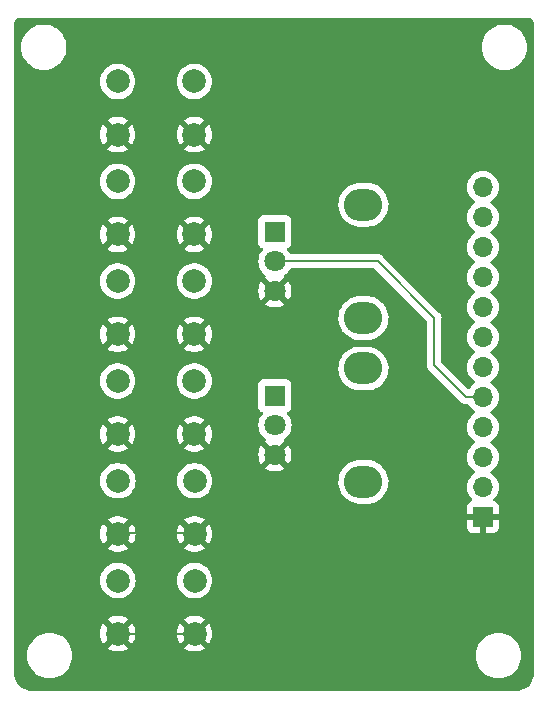
<source format=gbl>
G04 #@! TF.GenerationSoftware,KiCad,Pcbnew,7.0.9*
G04 #@! TF.CreationDate,2023-12-18T22:45:15-06:00*
G04 #@! TF.ProjectId,pod_basic_expander2,706f645f-6261-4736-9963-5f657870616e,rev?*
G04 #@! TF.SameCoordinates,Original*
G04 #@! TF.FileFunction,Copper,L2,Bot*
G04 #@! TF.FilePolarity,Positive*
%FSLAX46Y46*%
G04 Gerber Fmt 4.6, Leading zero omitted, Abs format (unit mm)*
G04 Created by KiCad (PCBNEW 7.0.9) date 2023-12-18 22:45:15*
%MOMM*%
%LPD*%
G01*
G04 APERTURE LIST*
G04 #@! TA.AperFunction,ComponentPad*
%ADD10O,3.240000X2.720000*%
G04 #@! TD*
G04 #@! TA.AperFunction,ComponentPad*
%ADD11R,1.800000X1.800000*%
G04 #@! TD*
G04 #@! TA.AperFunction,ComponentPad*
%ADD12C,1.800000*%
G04 #@! TD*
G04 #@! TA.AperFunction,ComponentPad*
%ADD13C,2.000000*%
G04 #@! TD*
G04 #@! TA.AperFunction,ComponentPad*
%ADD14R,1.700000X1.700000*%
G04 #@! TD*
G04 #@! TA.AperFunction,ComponentPad*
%ADD15O,1.700000X1.700000*%
G04 #@! TD*
G04 #@! TA.AperFunction,Conductor*
%ADD16C,0.200000*%
G04 #@! TD*
G04 APERTURE END LIST*
D10*
X90070000Y-70200000D03*
X90070000Y-79800000D03*
D11*
X82570000Y-72500000D03*
D12*
X82570000Y-75000000D03*
X82570000Y-77500000D03*
D13*
X69250000Y-54351222D03*
X75750000Y-54351222D03*
X69250000Y-58851222D03*
X75750000Y-58851222D03*
X69273315Y-88156111D03*
X75773315Y-88156111D03*
X69273315Y-92656111D03*
X75773315Y-92656111D03*
D14*
X100170000Y-82790000D03*
D15*
X100170000Y-80250000D03*
X100170000Y-77710000D03*
X100170000Y-75170000D03*
X100170000Y-72630000D03*
X100170000Y-70090000D03*
X100170000Y-67550000D03*
X100170000Y-65010000D03*
X100170000Y-62470000D03*
X100170000Y-59930000D03*
X100170000Y-57390000D03*
X100170000Y-54850000D03*
D13*
X69250000Y-45900000D03*
X75750000Y-45900000D03*
X69250000Y-50400000D03*
X75750000Y-50400000D03*
X69273315Y-79704888D03*
X75773315Y-79704888D03*
X69273315Y-84204888D03*
X75773315Y-84204888D03*
X69250000Y-62802444D03*
X75750000Y-62802444D03*
X69250000Y-67302444D03*
X75750000Y-67302444D03*
D10*
X90070000Y-56330000D03*
X90070000Y-65930000D03*
D11*
X82570000Y-58630000D03*
D12*
X82570000Y-61130000D03*
X82570000Y-63630000D03*
D13*
X69250000Y-71253666D03*
X75750000Y-71253666D03*
X69250000Y-75753666D03*
X75750000Y-75753666D03*
D16*
X69273315Y-84106111D02*
X75773315Y-84106111D01*
X69273315Y-92656111D02*
X75773315Y-92656111D01*
X96070000Y-69930000D02*
X98770000Y-72630000D01*
X82570000Y-61130000D02*
X91270000Y-61130000D01*
X96070000Y-65930000D02*
X96070000Y-69930000D01*
X91270000Y-61130000D02*
X96070000Y-65930000D01*
X98770000Y-72630000D02*
X100170000Y-72630000D01*
G04 #@! TA.AperFunction,Conductor*
G36*
X104003458Y-40500889D02*
G01*
X104097266Y-40511459D01*
X104124331Y-40517636D01*
X104203540Y-40545352D01*
X104228553Y-40557398D01*
X104299606Y-40602043D01*
X104321313Y-40619355D01*
X104380644Y-40678686D01*
X104397957Y-40700395D01*
X104442600Y-40771444D01*
X104454648Y-40796462D01*
X104482362Y-40875666D01*
X104488540Y-40902735D01*
X104493133Y-40943501D01*
X104499110Y-40996535D01*
X104499500Y-41003482D01*
X104499500Y-95997786D01*
X104499342Y-96002210D01*
X104484869Y-96204557D01*
X104482351Y-96222068D01*
X104440646Y-96413787D01*
X104435662Y-96430763D01*
X104367090Y-96614609D01*
X104359740Y-96630701D01*
X104265711Y-96802904D01*
X104256146Y-96817789D01*
X104138558Y-96974867D01*
X104126972Y-96988237D01*
X103988237Y-97126972D01*
X103974867Y-97138558D01*
X103817789Y-97256146D01*
X103802904Y-97265711D01*
X103630701Y-97359740D01*
X103614609Y-97367090D01*
X103430763Y-97435662D01*
X103413787Y-97440646D01*
X103222068Y-97482351D01*
X103204557Y-97484869D01*
X103023733Y-97497802D01*
X103002208Y-97499342D01*
X102997786Y-97499500D01*
X62002214Y-97499500D01*
X61997791Y-97499342D01*
X61973413Y-97497598D01*
X61795442Y-97484869D01*
X61777931Y-97482351D01*
X61586212Y-97440646D01*
X61569236Y-97435662D01*
X61385390Y-97367090D01*
X61369298Y-97359740D01*
X61197095Y-97265711D01*
X61182210Y-97256146D01*
X61025132Y-97138558D01*
X61011762Y-97126972D01*
X60873027Y-96988237D01*
X60861441Y-96974867D01*
X60743849Y-96817784D01*
X60734288Y-96802904D01*
X60640259Y-96630701D01*
X60632909Y-96614609D01*
X60572091Y-96451551D01*
X60564334Y-96430755D01*
X60559355Y-96413797D01*
X60517647Y-96222063D01*
X60515130Y-96204556D01*
X60500658Y-96002210D01*
X60500500Y-95997786D01*
X60500500Y-94500001D01*
X61580395Y-94500001D01*
X61599934Y-94773188D01*
X61599935Y-94773195D01*
X61657337Y-95037068D01*
X61658152Y-95040815D01*
X61753866Y-95297433D01*
X61753868Y-95297438D01*
X61885122Y-95537811D01*
X61885127Y-95537819D01*
X62049252Y-95757066D01*
X62049268Y-95757084D01*
X62242915Y-95950731D01*
X62242933Y-95950747D01*
X62462180Y-96114872D01*
X62462188Y-96114877D01*
X62702561Y-96246131D01*
X62702560Y-96246131D01*
X62702564Y-96246132D01*
X62702567Y-96246134D01*
X62959185Y-96341848D01*
X63226812Y-96400066D01*
X63480460Y-96418207D01*
X63499999Y-96419605D01*
X63500000Y-96419605D01*
X63500001Y-96419605D01*
X63518235Y-96418300D01*
X63773188Y-96400066D01*
X64040815Y-96341848D01*
X64297433Y-96246134D01*
X64537817Y-96114874D01*
X64757074Y-95950741D01*
X64950741Y-95757074D01*
X65114874Y-95537817D01*
X65246134Y-95297433D01*
X65341848Y-95040815D01*
X65400066Y-94773188D01*
X65419605Y-94500001D01*
X99580395Y-94500001D01*
X99599934Y-94773188D01*
X99599935Y-94773195D01*
X99657337Y-95037068D01*
X99658152Y-95040815D01*
X99753866Y-95297433D01*
X99753868Y-95297438D01*
X99885122Y-95537811D01*
X99885127Y-95537819D01*
X100049252Y-95757066D01*
X100049268Y-95757084D01*
X100242915Y-95950731D01*
X100242933Y-95950747D01*
X100462180Y-96114872D01*
X100462188Y-96114877D01*
X100702561Y-96246131D01*
X100702560Y-96246131D01*
X100702564Y-96246132D01*
X100702567Y-96246134D01*
X100959185Y-96341848D01*
X101226812Y-96400066D01*
X101480460Y-96418207D01*
X101499999Y-96419605D01*
X101500000Y-96419605D01*
X101500001Y-96419605D01*
X101518235Y-96418300D01*
X101773188Y-96400066D01*
X102040815Y-96341848D01*
X102297433Y-96246134D01*
X102537817Y-96114874D01*
X102757074Y-95950741D01*
X102950741Y-95757074D01*
X103114874Y-95537817D01*
X103246134Y-95297433D01*
X103341848Y-95040815D01*
X103400066Y-94773188D01*
X103419605Y-94500000D01*
X103400066Y-94226812D01*
X103341848Y-93959185D01*
X103246134Y-93702567D01*
X103114874Y-93462183D01*
X103114872Y-93462180D01*
X102950747Y-93242933D01*
X102950731Y-93242915D01*
X102757084Y-93049268D01*
X102757066Y-93049252D01*
X102537819Y-92885127D01*
X102537811Y-92885122D01*
X102297438Y-92753868D01*
X102297439Y-92753868D01*
X102247468Y-92735230D01*
X102040815Y-92658152D01*
X102040808Y-92658150D01*
X102040807Y-92658150D01*
X101773195Y-92599935D01*
X101773188Y-92599934D01*
X101500001Y-92580395D01*
X101499999Y-92580395D01*
X101226811Y-92599934D01*
X101226804Y-92599935D01*
X100959192Y-92658150D01*
X100959188Y-92658151D01*
X100959185Y-92658152D01*
X100774489Y-92727040D01*
X100702561Y-92753868D01*
X100462188Y-92885122D01*
X100462180Y-92885127D01*
X100242933Y-93049252D01*
X100242915Y-93049268D01*
X100049268Y-93242915D01*
X100049252Y-93242933D01*
X99885127Y-93462180D01*
X99885122Y-93462188D01*
X99753868Y-93702561D01*
X99753866Y-93702567D01*
X99658152Y-93959185D01*
X99658151Y-93959188D01*
X99658150Y-93959192D01*
X99599935Y-94226804D01*
X99599934Y-94226811D01*
X99580395Y-94499998D01*
X99580395Y-94500001D01*
X65419605Y-94500001D01*
X65419605Y-94500000D01*
X65400066Y-94226812D01*
X65341848Y-93959185D01*
X65246134Y-93702567D01*
X65114874Y-93462183D01*
X65114872Y-93462180D01*
X64950747Y-93242933D01*
X64950731Y-93242915D01*
X64757084Y-93049268D01*
X64757066Y-93049252D01*
X64537819Y-92885127D01*
X64537811Y-92885122D01*
X64297438Y-92753868D01*
X64297439Y-92753868D01*
X64247468Y-92735230D01*
X64040815Y-92658152D01*
X64040808Y-92658150D01*
X64040807Y-92658150D01*
X64031457Y-92656116D01*
X67768174Y-92656116D01*
X67788700Y-92903840D01*
X67788702Y-92903849D01*
X67849727Y-93144828D01*
X67949581Y-93372475D01*
X68049879Y-93525993D01*
X68747385Y-92828487D01*
X68750199Y-92842026D01*
X68819757Y-92976267D01*
X68922953Y-93086763D01*
X69052134Y-93165320D01*
X69103317Y-93179660D01*
X68403257Y-93879720D01*
X68450083Y-93916166D01*
X68450085Y-93916167D01*
X68668700Y-94034475D01*
X68668711Y-94034480D01*
X68903821Y-94115194D01*
X69149022Y-94156111D01*
X69397608Y-94156111D01*
X69642808Y-94115194D01*
X69877918Y-94034480D01*
X69877929Y-94034475D01*
X70096543Y-93916168D01*
X70096546Y-93916166D01*
X70143371Y-93879720D01*
X69444883Y-93181232D01*
X69561773Y-93130460D01*
X69679054Y-93035045D01*
X69766243Y-92911526D01*
X69796669Y-92825913D01*
X70496749Y-93525993D01*
X70597046Y-93372480D01*
X70696902Y-93144828D01*
X70757927Y-92903849D01*
X70757929Y-92903840D01*
X70778456Y-92656116D01*
X74268174Y-92656116D01*
X74288700Y-92903840D01*
X74288702Y-92903849D01*
X74349727Y-93144828D01*
X74449581Y-93372475D01*
X74549879Y-93525993D01*
X75247385Y-92828487D01*
X75250199Y-92842026D01*
X75319757Y-92976267D01*
X75422953Y-93086763D01*
X75552134Y-93165320D01*
X75603317Y-93179660D01*
X74903257Y-93879720D01*
X74950083Y-93916166D01*
X74950085Y-93916167D01*
X75168700Y-94034475D01*
X75168711Y-94034480D01*
X75403821Y-94115194D01*
X75649022Y-94156111D01*
X75897608Y-94156111D01*
X76142808Y-94115194D01*
X76377918Y-94034480D01*
X76377929Y-94034475D01*
X76596543Y-93916168D01*
X76596546Y-93916166D01*
X76643371Y-93879720D01*
X75944883Y-93181232D01*
X76061773Y-93130460D01*
X76179054Y-93035045D01*
X76266243Y-92911526D01*
X76296669Y-92825913D01*
X76996749Y-93525993D01*
X77097046Y-93372480D01*
X77196902Y-93144828D01*
X77257927Y-92903849D01*
X77257929Y-92903840D01*
X77278456Y-92656116D01*
X77278456Y-92656105D01*
X77257929Y-92408381D01*
X77257927Y-92408372D01*
X77196902Y-92167393D01*
X77097046Y-91939741D01*
X76996749Y-91786227D01*
X76299244Y-92483733D01*
X76296431Y-92470196D01*
X76226873Y-92335955D01*
X76123677Y-92225459D01*
X75994496Y-92146902D01*
X75943312Y-92132561D01*
X76643372Y-91432501D01*
X76643371Y-91432500D01*
X76596544Y-91396054D01*
X76377929Y-91277746D01*
X76377918Y-91277741D01*
X76142808Y-91197027D01*
X75897608Y-91156111D01*
X75649022Y-91156111D01*
X75403821Y-91197027D01*
X75168711Y-91277741D01*
X75168705Y-91277743D01*
X74950076Y-91396060D01*
X74903257Y-91432499D01*
X74903257Y-91432501D01*
X75601746Y-92130989D01*
X75484857Y-92181762D01*
X75367576Y-92277177D01*
X75280387Y-92400696D01*
X75249960Y-92486308D01*
X74549879Y-91786227D01*
X74449582Y-91939743D01*
X74349727Y-92167393D01*
X74288702Y-92408372D01*
X74288700Y-92408381D01*
X74268174Y-92656105D01*
X74268174Y-92656116D01*
X70778456Y-92656116D01*
X70778456Y-92656105D01*
X70757929Y-92408381D01*
X70757927Y-92408372D01*
X70696902Y-92167393D01*
X70597046Y-91939741D01*
X70496749Y-91786227D01*
X69799244Y-92483733D01*
X69796431Y-92470196D01*
X69726873Y-92335955D01*
X69623677Y-92225459D01*
X69494496Y-92146902D01*
X69443312Y-92132561D01*
X70143372Y-91432501D01*
X70143371Y-91432500D01*
X70096544Y-91396054D01*
X69877929Y-91277746D01*
X69877918Y-91277741D01*
X69642808Y-91197027D01*
X69397608Y-91156111D01*
X69149022Y-91156111D01*
X68903821Y-91197027D01*
X68668711Y-91277741D01*
X68668705Y-91277743D01*
X68450076Y-91396060D01*
X68403257Y-91432499D01*
X68403257Y-91432501D01*
X69101746Y-92130989D01*
X68984857Y-92181762D01*
X68867576Y-92277177D01*
X68780387Y-92400696D01*
X68749960Y-92486308D01*
X68049879Y-91786227D01*
X67949582Y-91939743D01*
X67849727Y-92167393D01*
X67788702Y-92408372D01*
X67788700Y-92408381D01*
X67768174Y-92656105D01*
X67768174Y-92656116D01*
X64031457Y-92656116D01*
X63773195Y-92599935D01*
X63773188Y-92599934D01*
X63500001Y-92580395D01*
X63499999Y-92580395D01*
X63226811Y-92599934D01*
X63226804Y-92599935D01*
X62959192Y-92658150D01*
X62959188Y-92658151D01*
X62959185Y-92658152D01*
X62774489Y-92727040D01*
X62702561Y-92753868D01*
X62462188Y-92885122D01*
X62462180Y-92885127D01*
X62242933Y-93049252D01*
X62242915Y-93049268D01*
X62049268Y-93242915D01*
X62049252Y-93242933D01*
X61885127Y-93462180D01*
X61885122Y-93462188D01*
X61753868Y-93702561D01*
X61753866Y-93702567D01*
X61658152Y-93959185D01*
X61658151Y-93959188D01*
X61658150Y-93959192D01*
X61599935Y-94226804D01*
X61599934Y-94226811D01*
X61580395Y-94499998D01*
X61580395Y-94500001D01*
X60500500Y-94500001D01*
X60500500Y-88156116D01*
X67767672Y-88156116D01*
X67788205Y-88403923D01*
X67788207Y-88403935D01*
X67849251Y-88644992D01*
X67949141Y-88872717D01*
X68085148Y-89080893D01*
X68085151Y-89080896D01*
X68253571Y-89263849D01*
X68449806Y-89416585D01*
X68668505Y-89534939D01*
X68903701Y-89615682D01*
X69148980Y-89656611D01*
X69397650Y-89656611D01*
X69642929Y-89615682D01*
X69878125Y-89534939D01*
X70096824Y-89416585D01*
X70293059Y-89263849D01*
X70461479Y-89080896D01*
X70597488Y-88872718D01*
X70697378Y-88644992D01*
X70758423Y-88403932D01*
X70778958Y-88156116D01*
X74267672Y-88156116D01*
X74288205Y-88403923D01*
X74288207Y-88403935D01*
X74349251Y-88644992D01*
X74449141Y-88872717D01*
X74585148Y-89080893D01*
X74585151Y-89080896D01*
X74753571Y-89263849D01*
X74949806Y-89416585D01*
X75168505Y-89534939D01*
X75403701Y-89615682D01*
X75648980Y-89656611D01*
X75897650Y-89656611D01*
X76142929Y-89615682D01*
X76378125Y-89534939D01*
X76596824Y-89416585D01*
X76793059Y-89263849D01*
X76961479Y-89080896D01*
X77097488Y-88872718D01*
X77197378Y-88644992D01*
X77258423Y-88403932D01*
X77278958Y-88156111D01*
X77258423Y-87908290D01*
X77197378Y-87667230D01*
X77097488Y-87439504D01*
X76961481Y-87231328D01*
X76939872Y-87207855D01*
X76793059Y-87048373D01*
X76596824Y-86895637D01*
X76596822Y-86895636D01*
X76596821Y-86895635D01*
X76378126Y-86777283D01*
X76378117Y-86777280D01*
X76142931Y-86696540D01*
X75897650Y-86655611D01*
X75648980Y-86655611D01*
X75403698Y-86696540D01*
X75168512Y-86777280D01*
X75168503Y-86777283D01*
X74949808Y-86895635D01*
X74753572Y-87048372D01*
X74585148Y-87231328D01*
X74449141Y-87439504D01*
X74349251Y-87667229D01*
X74288207Y-87908286D01*
X74288205Y-87908298D01*
X74267672Y-88156105D01*
X74267672Y-88156116D01*
X70778958Y-88156116D01*
X70778958Y-88156111D01*
X70758423Y-87908290D01*
X70697378Y-87667230D01*
X70597488Y-87439504D01*
X70461481Y-87231328D01*
X70439872Y-87207855D01*
X70293059Y-87048373D01*
X70096824Y-86895637D01*
X70096822Y-86895636D01*
X70096821Y-86895635D01*
X69878126Y-86777283D01*
X69878117Y-86777280D01*
X69642931Y-86696540D01*
X69397650Y-86655611D01*
X69148980Y-86655611D01*
X68903698Y-86696540D01*
X68668512Y-86777280D01*
X68668503Y-86777283D01*
X68449808Y-86895635D01*
X68253572Y-87048372D01*
X68085148Y-87231328D01*
X67949141Y-87439504D01*
X67849251Y-87667229D01*
X67788207Y-87908286D01*
X67788205Y-87908298D01*
X67767672Y-88156105D01*
X67767672Y-88156116D01*
X60500500Y-88156116D01*
X60500500Y-84204893D01*
X67768174Y-84204893D01*
X67788700Y-84452617D01*
X67788702Y-84452626D01*
X67849727Y-84693605D01*
X67949581Y-84921252D01*
X68049879Y-85074770D01*
X68747385Y-84377264D01*
X68750199Y-84390803D01*
X68819757Y-84525044D01*
X68922953Y-84635540D01*
X69052134Y-84714097D01*
X69103317Y-84728437D01*
X68403257Y-85428497D01*
X68450083Y-85464943D01*
X68450085Y-85464944D01*
X68668700Y-85583252D01*
X68668711Y-85583257D01*
X68903821Y-85663971D01*
X69149022Y-85704888D01*
X69397608Y-85704888D01*
X69642808Y-85663971D01*
X69877918Y-85583257D01*
X69877929Y-85583252D01*
X70096543Y-85464945D01*
X70096546Y-85464943D01*
X70143371Y-85428497D01*
X69444883Y-84730009D01*
X69561773Y-84679237D01*
X69679054Y-84583822D01*
X69766243Y-84460303D01*
X69796669Y-84374690D01*
X70496749Y-85074770D01*
X70597046Y-84921257D01*
X70696902Y-84693605D01*
X70757927Y-84452626D01*
X70757929Y-84452617D01*
X70778456Y-84204893D01*
X74268174Y-84204893D01*
X74288700Y-84452617D01*
X74288702Y-84452626D01*
X74349727Y-84693605D01*
X74449581Y-84921252D01*
X74549879Y-85074770D01*
X75247385Y-84377264D01*
X75250199Y-84390803D01*
X75319757Y-84525044D01*
X75422953Y-84635540D01*
X75552134Y-84714097D01*
X75603317Y-84728437D01*
X74903257Y-85428497D01*
X74950083Y-85464943D01*
X74950085Y-85464944D01*
X75168700Y-85583252D01*
X75168711Y-85583257D01*
X75403821Y-85663971D01*
X75649022Y-85704888D01*
X75897608Y-85704888D01*
X76142808Y-85663971D01*
X76377918Y-85583257D01*
X76377929Y-85583252D01*
X76596543Y-85464945D01*
X76596546Y-85464943D01*
X76643371Y-85428497D01*
X75944883Y-84730009D01*
X76061773Y-84679237D01*
X76179054Y-84583822D01*
X76266243Y-84460303D01*
X76296669Y-84374690D01*
X76996749Y-85074770D01*
X77097046Y-84921257D01*
X77196902Y-84693605D01*
X77257927Y-84452626D01*
X77257929Y-84452617D01*
X77278456Y-84204893D01*
X77278456Y-84204882D01*
X77257929Y-83957158D01*
X77257927Y-83957149D01*
X77196902Y-83716170D01*
X77097046Y-83488518D01*
X76996749Y-83335004D01*
X76299244Y-84032510D01*
X76296431Y-84018973D01*
X76226873Y-83884732D01*
X76123677Y-83774236D01*
X75994496Y-83695679D01*
X75943312Y-83681338D01*
X76643372Y-82981278D01*
X76643371Y-82981277D01*
X76596544Y-82944831D01*
X76377929Y-82826523D01*
X76377918Y-82826518D01*
X76142808Y-82745804D01*
X75897608Y-82704888D01*
X75649022Y-82704888D01*
X75403821Y-82745804D01*
X75168711Y-82826518D01*
X75168705Y-82826520D01*
X74950076Y-82944837D01*
X74903257Y-82981276D01*
X74903257Y-82981278D01*
X75601746Y-83679766D01*
X75484857Y-83730539D01*
X75367576Y-83825954D01*
X75280387Y-83949473D01*
X75249960Y-84035085D01*
X74549879Y-83335004D01*
X74449582Y-83488520D01*
X74349727Y-83716170D01*
X74288702Y-83957149D01*
X74288700Y-83957158D01*
X74268174Y-84204882D01*
X74268174Y-84204893D01*
X70778456Y-84204893D01*
X70778456Y-84204882D01*
X70757929Y-83957158D01*
X70757927Y-83957149D01*
X70696902Y-83716170D01*
X70597046Y-83488518D01*
X70496749Y-83335004D01*
X69799244Y-84032510D01*
X69796431Y-84018973D01*
X69726873Y-83884732D01*
X69623677Y-83774236D01*
X69494496Y-83695679D01*
X69443312Y-83681338D01*
X70143372Y-82981278D01*
X70143371Y-82981277D01*
X70096544Y-82944831D01*
X69877929Y-82826523D01*
X69877918Y-82826518D01*
X69642808Y-82745804D01*
X69397608Y-82704888D01*
X69149022Y-82704888D01*
X68903821Y-82745804D01*
X68668711Y-82826518D01*
X68668705Y-82826520D01*
X68450076Y-82944837D01*
X68403257Y-82981276D01*
X68403257Y-82981278D01*
X69101746Y-83679766D01*
X68984857Y-83730539D01*
X68867576Y-83825954D01*
X68780387Y-83949473D01*
X68749960Y-84035085D01*
X68049879Y-83335004D01*
X67949582Y-83488520D01*
X67849727Y-83716170D01*
X67788702Y-83957149D01*
X67788700Y-83957158D01*
X67768174Y-84204882D01*
X67768174Y-84204893D01*
X60500500Y-84204893D01*
X60500500Y-79704893D01*
X67767672Y-79704893D01*
X67788205Y-79952700D01*
X67788207Y-79952712D01*
X67849251Y-80193769D01*
X67949141Y-80421494D01*
X68085148Y-80629670D01*
X68085151Y-80629673D01*
X68253571Y-80812626D01*
X68449806Y-80965362D01*
X68668505Y-81083716D01*
X68903701Y-81164459D01*
X69148980Y-81205388D01*
X69397650Y-81205388D01*
X69642929Y-81164459D01*
X69878125Y-81083716D01*
X70096824Y-80965362D01*
X70293059Y-80812626D01*
X70461479Y-80629673D01*
X70597488Y-80421495D01*
X70697378Y-80193769D01*
X70758423Y-79952709D01*
X70758424Y-79952700D01*
X70778958Y-79704893D01*
X74267672Y-79704893D01*
X74288205Y-79952700D01*
X74288207Y-79952712D01*
X74349251Y-80193769D01*
X74449141Y-80421494D01*
X74585148Y-80629670D01*
X74585151Y-80629673D01*
X74753571Y-80812626D01*
X74949806Y-80965362D01*
X75168505Y-81083716D01*
X75403701Y-81164459D01*
X75648980Y-81205388D01*
X75897650Y-81205388D01*
X76142929Y-81164459D01*
X76378125Y-81083716D01*
X76596824Y-80965362D01*
X76793059Y-80812626D01*
X76961479Y-80629673D01*
X77097488Y-80421495D01*
X77197378Y-80193769D01*
X77258423Y-79952709D01*
X77258424Y-79952700D01*
X77265432Y-79868129D01*
X87945767Y-79868129D01*
X87975552Y-80138827D01*
X87975554Y-80138840D01*
X88010323Y-80271836D01*
X88044438Y-80402326D01*
X88150953Y-80652975D01*
X88292827Y-80885444D01*
X88467037Y-81094779D01*
X88669869Y-81276518D01*
X88897002Y-81426788D01*
X89143594Y-81542386D01*
X89404389Y-81620847D01*
X89673829Y-81660500D01*
X89673834Y-81660500D01*
X90398005Y-81660500D01*
X90449780Y-81656710D01*
X90601616Y-81645597D01*
X90712723Y-81620847D01*
X90867435Y-81586384D01*
X90867437Y-81586383D01*
X90867442Y-81586382D01*
X91121814Y-81489093D01*
X91359310Y-81355804D01*
X91574868Y-81189355D01*
X91763894Y-80993295D01*
X91922358Y-80771802D01*
X92046885Y-80529597D01*
X92134819Y-80271841D01*
X92184286Y-80004029D01*
X92194232Y-79731869D01*
X92164446Y-79461161D01*
X92095562Y-79197674D01*
X91989047Y-78947025D01*
X91847173Y-78714556D01*
X91672963Y-78505221D01*
X91470131Y-78323482D01*
X91351985Y-78245317D01*
X91243000Y-78173213D01*
X91233179Y-78168609D01*
X90996406Y-78057614D01*
X90735611Y-77979153D01*
X90735609Y-77979152D01*
X90735607Y-77979152D01*
X90638996Y-77964934D01*
X90466171Y-77939500D01*
X89742000Y-77939500D01*
X89741995Y-77939500D01*
X89538384Y-77954403D01*
X89538370Y-77954405D01*
X89272564Y-78013615D01*
X89272557Y-78013618D01*
X89018183Y-78110908D01*
X88780691Y-78244195D01*
X88780686Y-78244198D01*
X88565133Y-78410643D01*
X88565124Y-78410652D01*
X88376109Y-78606701D01*
X88376102Y-78606709D01*
X88217647Y-78828189D01*
X88217640Y-78828201D01*
X88093117Y-79070397D01*
X88093111Y-79070411D01*
X88005184Y-79328145D01*
X88005180Y-79328163D01*
X87955715Y-79595959D01*
X87955713Y-79595979D01*
X87945767Y-79868129D01*
X77265432Y-79868129D01*
X77278958Y-79704893D01*
X77278958Y-79704882D01*
X77258424Y-79457075D01*
X77258422Y-79457063D01*
X77197378Y-79216006D01*
X77097488Y-78988281D01*
X76961481Y-78780105D01*
X76901142Y-78714560D01*
X76793059Y-78597150D01*
X76596824Y-78444414D01*
X76596822Y-78444413D01*
X76596821Y-78444412D01*
X76378126Y-78326060D01*
X76378117Y-78326057D01*
X76142931Y-78245317D01*
X75897650Y-78204388D01*
X75648980Y-78204388D01*
X75403698Y-78245317D01*
X75168512Y-78326057D01*
X75168503Y-78326060D01*
X74949808Y-78444412D01*
X74753572Y-78597149D01*
X74585148Y-78780105D01*
X74449141Y-78988281D01*
X74349251Y-79216006D01*
X74288207Y-79457063D01*
X74288205Y-79457075D01*
X74267672Y-79704882D01*
X74267672Y-79704893D01*
X70778958Y-79704893D01*
X70778958Y-79704882D01*
X70758424Y-79457075D01*
X70758422Y-79457063D01*
X70697378Y-79216006D01*
X70597488Y-78988281D01*
X70461481Y-78780105D01*
X70401142Y-78714560D01*
X70293059Y-78597150D01*
X70096824Y-78444414D01*
X70096822Y-78444413D01*
X70096821Y-78444412D01*
X69878126Y-78326060D01*
X69878117Y-78326057D01*
X69642931Y-78245317D01*
X69397650Y-78204388D01*
X69148980Y-78204388D01*
X68903698Y-78245317D01*
X68668512Y-78326057D01*
X68668503Y-78326060D01*
X68449808Y-78444412D01*
X68253572Y-78597149D01*
X68085148Y-78780105D01*
X67949141Y-78988281D01*
X67849251Y-79216006D01*
X67788207Y-79457063D01*
X67788205Y-79457075D01*
X67767672Y-79704882D01*
X67767672Y-79704893D01*
X60500500Y-79704893D01*
X60500500Y-75753671D01*
X67744859Y-75753671D01*
X67765385Y-76001395D01*
X67765387Y-76001404D01*
X67826412Y-76242383D01*
X67926266Y-76470030D01*
X68026564Y-76623548D01*
X68724070Y-75926042D01*
X68726884Y-75939581D01*
X68796442Y-76073822D01*
X68899638Y-76184318D01*
X69028819Y-76262875D01*
X69080002Y-76277215D01*
X68379942Y-76977275D01*
X68426768Y-77013721D01*
X68426770Y-77013722D01*
X68645385Y-77132030D01*
X68645396Y-77132035D01*
X68880506Y-77212749D01*
X69125707Y-77253666D01*
X69374293Y-77253666D01*
X69619493Y-77212749D01*
X69854603Y-77132035D01*
X69854614Y-77132030D01*
X70073228Y-77013723D01*
X70073231Y-77013721D01*
X70120056Y-76977275D01*
X69421568Y-76278787D01*
X69538458Y-76228015D01*
X69655739Y-76132600D01*
X69742928Y-76009081D01*
X69773354Y-75923468D01*
X70473434Y-76623548D01*
X70573731Y-76470035D01*
X70673587Y-76242383D01*
X70734612Y-76001404D01*
X70734614Y-76001395D01*
X70755141Y-75753671D01*
X74244859Y-75753671D01*
X74265385Y-76001395D01*
X74265387Y-76001404D01*
X74326412Y-76242383D01*
X74426266Y-76470030D01*
X74526564Y-76623548D01*
X75224070Y-75926042D01*
X75226884Y-75939581D01*
X75296442Y-76073822D01*
X75399638Y-76184318D01*
X75528819Y-76262875D01*
X75580002Y-76277215D01*
X74879942Y-76977275D01*
X74926768Y-77013721D01*
X74926770Y-77013722D01*
X75145385Y-77132030D01*
X75145396Y-77132035D01*
X75380506Y-77212749D01*
X75625707Y-77253666D01*
X75874293Y-77253666D01*
X76119493Y-77212749D01*
X76354603Y-77132035D01*
X76354614Y-77132030D01*
X76573228Y-77013723D01*
X76573231Y-77013721D01*
X76620056Y-76977275D01*
X75921568Y-76278787D01*
X76038458Y-76228015D01*
X76155739Y-76132600D01*
X76242928Y-76009081D01*
X76273354Y-75923468D01*
X76973434Y-76623548D01*
X77073731Y-76470035D01*
X77173587Y-76242383D01*
X77234612Y-76001404D01*
X77234614Y-76001395D01*
X77255141Y-75753671D01*
X77255141Y-75753660D01*
X77234614Y-75505936D01*
X77234612Y-75505927D01*
X77173587Y-75264948D01*
X77073731Y-75037296D01*
X77049368Y-75000006D01*
X81164700Y-75000006D01*
X81183864Y-75231297D01*
X81183866Y-75231308D01*
X81240842Y-75456300D01*
X81334075Y-75668848D01*
X81461016Y-75863147D01*
X81461019Y-75863151D01*
X81461021Y-75863153D01*
X81618216Y-76033913D01*
X81770529Y-76152462D01*
X81811341Y-76209172D01*
X81815016Y-76278945D01*
X81780385Y-76339628D01*
X81771204Y-76347582D01*
X81771200Y-76347647D01*
X82437466Y-77013913D01*
X82427685Y-77015320D01*
X82296900Y-77075048D01*
X82188239Y-77169202D01*
X82110507Y-77290156D01*
X82086923Y-77370476D01*
X81418812Y-76702365D01*
X81334516Y-76831391D01*
X81334514Y-76831395D01*
X81241317Y-77043864D01*
X81184361Y-77268781D01*
X81165202Y-77499994D01*
X81165202Y-77500005D01*
X81184361Y-77731218D01*
X81241317Y-77956135D01*
X81334516Y-78168609D01*
X81418811Y-78297633D01*
X82086922Y-77629523D01*
X82110507Y-77709844D01*
X82188239Y-77830798D01*
X82296900Y-77924952D01*
X82427685Y-77984680D01*
X82437466Y-77986086D01*
X81771199Y-78652351D01*
X81801650Y-78676050D01*
X82005697Y-78786476D01*
X82005706Y-78786479D01*
X82225139Y-78861811D01*
X82453993Y-78900000D01*
X82686007Y-78900000D01*
X82914860Y-78861811D01*
X83134293Y-78786479D01*
X83134302Y-78786476D01*
X83338350Y-78676050D01*
X83368798Y-78652351D01*
X82702533Y-77986086D01*
X82712315Y-77984680D01*
X82843100Y-77924952D01*
X82951761Y-77830798D01*
X83029493Y-77709844D01*
X83053076Y-77629524D01*
X83721186Y-78297634D01*
X83805484Y-78168606D01*
X83898682Y-77956135D01*
X83955638Y-77731218D01*
X83974798Y-77500005D01*
X83974798Y-77499994D01*
X83955638Y-77268781D01*
X83898682Y-77043864D01*
X83805483Y-76831390D01*
X83721186Y-76702364D01*
X83053076Y-77370475D01*
X83029493Y-77290156D01*
X82951761Y-77169202D01*
X82843100Y-77075048D01*
X82712315Y-77015320D01*
X82702534Y-77013913D01*
X83368799Y-76347648D01*
X83368770Y-76347195D01*
X83328658Y-76291460D01*
X83324983Y-76221687D01*
X83359614Y-76161004D01*
X83369465Y-76152466D01*
X83521784Y-76033913D01*
X83678979Y-75863153D01*
X83805924Y-75668849D01*
X83899157Y-75456300D01*
X83956134Y-75231305D01*
X83957147Y-75219082D01*
X83975300Y-75000006D01*
X83975300Y-74999993D01*
X83956135Y-74768702D01*
X83956133Y-74768691D01*
X83899157Y-74543699D01*
X83805924Y-74331151D01*
X83678981Y-74136849D01*
X83611608Y-74063662D01*
X83580686Y-74001008D01*
X83588547Y-73931582D01*
X83632694Y-73877426D01*
X83659499Y-73863500D01*
X83712331Y-73843796D01*
X83827546Y-73757546D01*
X83913796Y-73642331D01*
X83964091Y-73507483D01*
X83970500Y-73447873D01*
X83970499Y-71552128D01*
X83964091Y-71492517D01*
X83952550Y-71461575D01*
X83913797Y-71357671D01*
X83913793Y-71357664D01*
X83827547Y-71242455D01*
X83827544Y-71242452D01*
X83712335Y-71156206D01*
X83712328Y-71156202D01*
X83577482Y-71105908D01*
X83577483Y-71105908D01*
X83517883Y-71099501D01*
X83517881Y-71099500D01*
X83517873Y-71099500D01*
X83517864Y-71099500D01*
X81622129Y-71099500D01*
X81622123Y-71099501D01*
X81562516Y-71105908D01*
X81427671Y-71156202D01*
X81427664Y-71156206D01*
X81312455Y-71242452D01*
X81312452Y-71242455D01*
X81226206Y-71357664D01*
X81226202Y-71357671D01*
X81175908Y-71492517D01*
X81169501Y-71552116D01*
X81169501Y-71552123D01*
X81169500Y-71552135D01*
X81169500Y-73447870D01*
X81169501Y-73447876D01*
X81175908Y-73507483D01*
X81226202Y-73642328D01*
X81226206Y-73642335D01*
X81312452Y-73757544D01*
X81312455Y-73757547D01*
X81427664Y-73843793D01*
X81427673Y-73843798D01*
X81480493Y-73863498D01*
X81536427Y-73905368D01*
X81560845Y-73970832D01*
X81545994Y-74039105D01*
X81528392Y-74063662D01*
X81461021Y-74136847D01*
X81461019Y-74136848D01*
X81461016Y-74136853D01*
X81334075Y-74331151D01*
X81240842Y-74543699D01*
X81183866Y-74768691D01*
X81183864Y-74768702D01*
X81164700Y-74999993D01*
X81164700Y-75000006D01*
X77049368Y-75000006D01*
X76973434Y-74883782D01*
X76275929Y-75581288D01*
X76273116Y-75567751D01*
X76203558Y-75433510D01*
X76100362Y-75323014D01*
X75971181Y-75244457D01*
X75919997Y-75230116D01*
X76620057Y-74530056D01*
X76620056Y-74530055D01*
X76573229Y-74493609D01*
X76354614Y-74375301D01*
X76354603Y-74375296D01*
X76119493Y-74294582D01*
X75874293Y-74253666D01*
X75625707Y-74253666D01*
X75380506Y-74294582D01*
X75145396Y-74375296D01*
X75145390Y-74375298D01*
X74926761Y-74493615D01*
X74879942Y-74530054D01*
X74879942Y-74530056D01*
X75578431Y-75228544D01*
X75461542Y-75279317D01*
X75344261Y-75374732D01*
X75257072Y-75498251D01*
X75226645Y-75583863D01*
X74526564Y-74883782D01*
X74426267Y-75037298D01*
X74326412Y-75264948D01*
X74265387Y-75505927D01*
X74265385Y-75505936D01*
X74244859Y-75753660D01*
X74244859Y-75753671D01*
X70755141Y-75753671D01*
X70755141Y-75753660D01*
X70734614Y-75505936D01*
X70734612Y-75505927D01*
X70673587Y-75264948D01*
X70573731Y-75037296D01*
X70473434Y-74883782D01*
X69775929Y-75581288D01*
X69773116Y-75567751D01*
X69703558Y-75433510D01*
X69600362Y-75323014D01*
X69471181Y-75244457D01*
X69419997Y-75230116D01*
X70120057Y-74530056D01*
X70120056Y-74530055D01*
X70073229Y-74493609D01*
X69854614Y-74375301D01*
X69854603Y-74375296D01*
X69619493Y-74294582D01*
X69374293Y-74253666D01*
X69125707Y-74253666D01*
X68880506Y-74294582D01*
X68645396Y-74375296D01*
X68645390Y-74375298D01*
X68426761Y-74493615D01*
X68379942Y-74530054D01*
X68379942Y-74530056D01*
X69078431Y-75228544D01*
X68961542Y-75279317D01*
X68844261Y-75374732D01*
X68757072Y-75498251D01*
X68726645Y-75583863D01*
X68026564Y-74883782D01*
X67926267Y-75037298D01*
X67826412Y-75264948D01*
X67765387Y-75505927D01*
X67765385Y-75505936D01*
X67744859Y-75753660D01*
X67744859Y-75753671D01*
X60500500Y-75753671D01*
X60500500Y-71253671D01*
X67744357Y-71253671D01*
X67764890Y-71501478D01*
X67764892Y-71501490D01*
X67825936Y-71742547D01*
X67925826Y-71970272D01*
X68061833Y-72178448D01*
X68061836Y-72178451D01*
X68230256Y-72361404D01*
X68426491Y-72514140D01*
X68426493Y-72514141D01*
X68640579Y-72629999D01*
X68645190Y-72632494D01*
X68880386Y-72713237D01*
X69125665Y-72754166D01*
X69374335Y-72754166D01*
X69619614Y-72713237D01*
X69854810Y-72632494D01*
X70073509Y-72514140D01*
X70269744Y-72361404D01*
X70438164Y-72178451D01*
X70574173Y-71970273D01*
X70674063Y-71742547D01*
X70735108Y-71501487D01*
X70735664Y-71494777D01*
X70755643Y-71253671D01*
X74244357Y-71253671D01*
X74264890Y-71501478D01*
X74264892Y-71501490D01*
X74325936Y-71742547D01*
X74425826Y-71970272D01*
X74561833Y-72178448D01*
X74561836Y-72178451D01*
X74730256Y-72361404D01*
X74926491Y-72514140D01*
X74926493Y-72514141D01*
X75140579Y-72629999D01*
X75145190Y-72632494D01*
X75380386Y-72713237D01*
X75625665Y-72754166D01*
X75874335Y-72754166D01*
X76119614Y-72713237D01*
X76354810Y-72632494D01*
X76573509Y-72514140D01*
X76769744Y-72361404D01*
X76938164Y-72178451D01*
X77074173Y-71970273D01*
X77174063Y-71742547D01*
X77235108Y-71501487D01*
X77235664Y-71494777D01*
X77255643Y-71253671D01*
X77255643Y-71253660D01*
X77235109Y-71005853D01*
X77235107Y-71005841D01*
X77174063Y-70764784D01*
X77074173Y-70537059D01*
X76938166Y-70328883D01*
X76916557Y-70305410D01*
X76882238Y-70268129D01*
X87945767Y-70268129D01*
X87975552Y-70538827D01*
X87975554Y-70538840D01*
X88035420Y-70767834D01*
X88044438Y-70802326D01*
X88150953Y-71052975D01*
X88273433Y-71253666D01*
X88292824Y-71285439D01*
X88292831Y-71285449D01*
X88465154Y-71492517D01*
X88467037Y-71494779D01*
X88669869Y-71676518D01*
X88897002Y-71826788D01*
X89143594Y-71942386D01*
X89404389Y-72020847D01*
X89673829Y-72060500D01*
X89673834Y-72060500D01*
X90398005Y-72060500D01*
X90449780Y-72056710D01*
X90601616Y-72045597D01*
X90712723Y-72020847D01*
X90867435Y-71986384D01*
X90867437Y-71986383D01*
X90867442Y-71986382D01*
X91121814Y-71889093D01*
X91359310Y-71755804D01*
X91574868Y-71589355D01*
X91763894Y-71393295D01*
X91922358Y-71171802D01*
X92046885Y-70929597D01*
X92103111Y-70764785D01*
X92134815Y-70671854D01*
X92134815Y-70671850D01*
X92134819Y-70671841D01*
X92184286Y-70404029D01*
X92194232Y-70131869D01*
X92164446Y-69861161D01*
X92095562Y-69597674D01*
X91989047Y-69347025D01*
X91847173Y-69114556D01*
X91672963Y-68905221D01*
X91470131Y-68723482D01*
X91405629Y-68680808D01*
X91243000Y-68573213D01*
X91220145Y-68562499D01*
X90996406Y-68457614D01*
X90735611Y-68379153D01*
X90735609Y-68379152D01*
X90735607Y-68379152D01*
X90638996Y-68364934D01*
X90466171Y-68339500D01*
X89742000Y-68339500D01*
X89741995Y-68339500D01*
X89538384Y-68354403D01*
X89538370Y-68354405D01*
X89272564Y-68413615D01*
X89272557Y-68413618D01*
X89018183Y-68510908D01*
X88780691Y-68644195D01*
X88780686Y-68644198D01*
X88565133Y-68810643D01*
X88565124Y-68810652D01*
X88376109Y-69006701D01*
X88376102Y-69006709D01*
X88217647Y-69228189D01*
X88217640Y-69228201D01*
X88093117Y-69470397D01*
X88093111Y-69470411D01*
X88005184Y-69728145D01*
X88005180Y-69728163D01*
X87955715Y-69995959D01*
X87955713Y-69995979D01*
X87945767Y-70268129D01*
X76882238Y-70268129D01*
X76769744Y-70145928D01*
X76573509Y-69993192D01*
X76573507Y-69993191D01*
X76573506Y-69993190D01*
X76354811Y-69874838D01*
X76354802Y-69874835D01*
X76119616Y-69794095D01*
X75874335Y-69753166D01*
X75625665Y-69753166D01*
X75380383Y-69794095D01*
X75145197Y-69874835D01*
X75145188Y-69874838D01*
X74926493Y-69993190D01*
X74730257Y-70145927D01*
X74561833Y-70328883D01*
X74425826Y-70537059D01*
X74325936Y-70764784D01*
X74264892Y-71005841D01*
X74264890Y-71005853D01*
X74244357Y-71253660D01*
X74244357Y-71253671D01*
X70755643Y-71253671D01*
X70755643Y-71253660D01*
X70735109Y-71005853D01*
X70735107Y-71005841D01*
X70674063Y-70764784D01*
X70574173Y-70537059D01*
X70438166Y-70328883D01*
X70416557Y-70305410D01*
X70269744Y-70145928D01*
X70073509Y-69993192D01*
X70073507Y-69993191D01*
X70073506Y-69993190D01*
X69854811Y-69874838D01*
X69854802Y-69874835D01*
X69619616Y-69794095D01*
X69374335Y-69753166D01*
X69125665Y-69753166D01*
X68880383Y-69794095D01*
X68645197Y-69874835D01*
X68645188Y-69874838D01*
X68426493Y-69993190D01*
X68230257Y-70145927D01*
X68061833Y-70328883D01*
X67925826Y-70537059D01*
X67825936Y-70764784D01*
X67764892Y-71005841D01*
X67764890Y-71005853D01*
X67744357Y-71253660D01*
X67744357Y-71253671D01*
X60500500Y-71253671D01*
X60500500Y-67302449D01*
X67744859Y-67302449D01*
X67765385Y-67550173D01*
X67765387Y-67550182D01*
X67826411Y-67791159D01*
X67926266Y-68018808D01*
X68026564Y-68172326D01*
X68724070Y-67474820D01*
X68726884Y-67488359D01*
X68796442Y-67622600D01*
X68899638Y-67733096D01*
X69028819Y-67811653D01*
X69080002Y-67825993D01*
X68379942Y-68526053D01*
X68426768Y-68562499D01*
X68426770Y-68562500D01*
X68645385Y-68680808D01*
X68645396Y-68680813D01*
X68880506Y-68761527D01*
X69125707Y-68802444D01*
X69374293Y-68802444D01*
X69619493Y-68761527D01*
X69854603Y-68680813D01*
X69854614Y-68680808D01*
X70073228Y-68562501D01*
X70073231Y-68562499D01*
X70120056Y-68526053D01*
X69421568Y-67827565D01*
X69538458Y-67776793D01*
X69655739Y-67681378D01*
X69742928Y-67557859D01*
X69773354Y-67472246D01*
X70473434Y-68172326D01*
X70573731Y-68018813D01*
X70673588Y-67791159D01*
X70673589Y-67791159D01*
X70734612Y-67550182D01*
X70734614Y-67550173D01*
X70755141Y-67302449D01*
X74244859Y-67302449D01*
X74265385Y-67550173D01*
X74265387Y-67550182D01*
X74326411Y-67791159D01*
X74426266Y-68018808D01*
X74526564Y-68172326D01*
X75224070Y-67474820D01*
X75226884Y-67488359D01*
X75296442Y-67622600D01*
X75399638Y-67733096D01*
X75528819Y-67811653D01*
X75580002Y-67825993D01*
X74879942Y-68526053D01*
X74926768Y-68562499D01*
X74926770Y-68562500D01*
X75145385Y-68680808D01*
X75145396Y-68680813D01*
X75380506Y-68761527D01*
X75625707Y-68802444D01*
X75874293Y-68802444D01*
X76119493Y-68761527D01*
X76354603Y-68680813D01*
X76354614Y-68680808D01*
X76573228Y-68562501D01*
X76573231Y-68562499D01*
X76620056Y-68526053D01*
X75921568Y-67827565D01*
X76038458Y-67776793D01*
X76155739Y-67681378D01*
X76242928Y-67557859D01*
X76273354Y-67472246D01*
X76973434Y-68172326D01*
X77073731Y-68018813D01*
X77173588Y-67791159D01*
X77173589Y-67791159D01*
X77234612Y-67550182D01*
X77234614Y-67550173D01*
X77255141Y-67302449D01*
X77255141Y-67302438D01*
X77234614Y-67054714D01*
X77234612Y-67054705D01*
X77173587Y-66813726D01*
X77073731Y-66586074D01*
X76973434Y-66432560D01*
X76275929Y-67130066D01*
X76273116Y-67116529D01*
X76203558Y-66982288D01*
X76100362Y-66871792D01*
X75971181Y-66793235D01*
X75919997Y-66778894D01*
X76620057Y-66078834D01*
X76620056Y-66078833D01*
X76573229Y-66042387D01*
X76491447Y-65998129D01*
X87945767Y-65998129D01*
X87975552Y-66268827D01*
X87975554Y-66268840D01*
X88038994Y-66511505D01*
X88044438Y-66532326D01*
X88150953Y-66782975D01*
X88252210Y-66948891D01*
X88292824Y-67015439D01*
X88292831Y-67015449D01*
X88376950Y-67116529D01*
X88467037Y-67224779D01*
X88669869Y-67406518D01*
X88897002Y-67556788D01*
X89143594Y-67672386D01*
X89404389Y-67750847D01*
X89673829Y-67790500D01*
X89673834Y-67790500D01*
X90398005Y-67790500D01*
X90449780Y-67786710D01*
X90601616Y-67775597D01*
X90712723Y-67750847D01*
X90867435Y-67716384D01*
X90867437Y-67716383D01*
X90867442Y-67716382D01*
X91121814Y-67619093D01*
X91359310Y-67485804D01*
X91574868Y-67319355D01*
X91763894Y-67123295D01*
X91922358Y-66901802D01*
X92046885Y-66659597D01*
X92097408Y-66511501D01*
X92134815Y-66401854D01*
X92134815Y-66401850D01*
X92134819Y-66401841D01*
X92184286Y-66134029D01*
X92194232Y-65861869D01*
X92164446Y-65591161D01*
X92095562Y-65327674D01*
X91989047Y-65077025D01*
X91847173Y-64844556D01*
X91788952Y-64774596D01*
X91672964Y-64635222D01*
X91470131Y-64453482D01*
X91243000Y-64303213D01*
X91233179Y-64298609D01*
X90996406Y-64187614D01*
X90735611Y-64109153D01*
X90735609Y-64109152D01*
X90735607Y-64109152D01*
X90638996Y-64094934D01*
X90466171Y-64069500D01*
X89742000Y-64069500D01*
X89741995Y-64069500D01*
X89538384Y-64084403D01*
X89538370Y-64084405D01*
X89272564Y-64143615D01*
X89272557Y-64143618D01*
X89018183Y-64240908D01*
X88780691Y-64374195D01*
X88780686Y-64374198D01*
X88565133Y-64540643D01*
X88565124Y-64540652D01*
X88376109Y-64736701D01*
X88376102Y-64736709D01*
X88217647Y-64958189D01*
X88217640Y-64958201D01*
X88093117Y-65200397D01*
X88093111Y-65200411D01*
X88005184Y-65458145D01*
X88005180Y-65458163D01*
X87955715Y-65725959D01*
X87955713Y-65725979D01*
X87945767Y-65998129D01*
X76491447Y-65998129D01*
X76354614Y-65924079D01*
X76354603Y-65924074D01*
X76119493Y-65843360D01*
X75874293Y-65802444D01*
X75625707Y-65802444D01*
X75380506Y-65843360D01*
X75145396Y-65924074D01*
X75145390Y-65924076D01*
X74926761Y-66042393D01*
X74879942Y-66078832D01*
X74879942Y-66078834D01*
X75578431Y-66777322D01*
X75461542Y-66828095D01*
X75344261Y-66923510D01*
X75257072Y-67047029D01*
X75226645Y-67132641D01*
X74526564Y-66432560D01*
X74426267Y-66586076D01*
X74326412Y-66813726D01*
X74265387Y-67054705D01*
X74265385Y-67054714D01*
X74244859Y-67302438D01*
X74244859Y-67302449D01*
X70755141Y-67302449D01*
X70755141Y-67302438D01*
X70734614Y-67054714D01*
X70734612Y-67054705D01*
X70673587Y-66813726D01*
X70573731Y-66586074D01*
X70473434Y-66432560D01*
X69775929Y-67130066D01*
X69773116Y-67116529D01*
X69703558Y-66982288D01*
X69600362Y-66871792D01*
X69471181Y-66793235D01*
X69419997Y-66778894D01*
X70120057Y-66078834D01*
X70120056Y-66078833D01*
X70073229Y-66042387D01*
X69854614Y-65924079D01*
X69854603Y-65924074D01*
X69619493Y-65843360D01*
X69374293Y-65802444D01*
X69125707Y-65802444D01*
X68880506Y-65843360D01*
X68645396Y-65924074D01*
X68645390Y-65924076D01*
X68426761Y-66042393D01*
X68379942Y-66078832D01*
X68379942Y-66078834D01*
X69078431Y-66777322D01*
X68961542Y-66828095D01*
X68844261Y-66923510D01*
X68757072Y-67047029D01*
X68726645Y-67132641D01*
X68026564Y-66432560D01*
X67926267Y-66586076D01*
X67826412Y-66813726D01*
X67765387Y-67054705D01*
X67765385Y-67054714D01*
X67744859Y-67302438D01*
X67744859Y-67302449D01*
X60500500Y-67302449D01*
X60500500Y-62802449D01*
X67744357Y-62802449D01*
X67764890Y-63050256D01*
X67764892Y-63050268D01*
X67825936Y-63291325D01*
X67925826Y-63519050D01*
X68061833Y-63727226D01*
X68094245Y-63762435D01*
X68230256Y-63910182D01*
X68426491Y-64062918D01*
X68469392Y-64086135D01*
X68575611Y-64143618D01*
X68645190Y-64181272D01*
X68880386Y-64262015D01*
X69125665Y-64302944D01*
X69374335Y-64302944D01*
X69619614Y-64262015D01*
X69854810Y-64181272D01*
X70073509Y-64062918D01*
X70269744Y-63910182D01*
X70438164Y-63727229D01*
X70574173Y-63519051D01*
X70674063Y-63291325D01*
X70735108Y-63050265D01*
X70742472Y-62961395D01*
X70755643Y-62802449D01*
X74244357Y-62802449D01*
X74264890Y-63050256D01*
X74264892Y-63050268D01*
X74325936Y-63291325D01*
X74425826Y-63519050D01*
X74561833Y-63727226D01*
X74594245Y-63762435D01*
X74730256Y-63910182D01*
X74926491Y-64062918D01*
X74969392Y-64086135D01*
X75075611Y-64143618D01*
X75145190Y-64181272D01*
X75380386Y-64262015D01*
X75625665Y-64302944D01*
X75874335Y-64302944D01*
X76119614Y-64262015D01*
X76354810Y-64181272D01*
X76573509Y-64062918D01*
X76769744Y-63910182D01*
X76938164Y-63727229D01*
X77074173Y-63519051D01*
X77174063Y-63291325D01*
X77235108Y-63050265D01*
X77242472Y-62961395D01*
X77255643Y-62802449D01*
X77255643Y-62802438D01*
X77235109Y-62554631D01*
X77235107Y-62554619D01*
X77174063Y-62313562D01*
X77074173Y-62085837D01*
X76938166Y-61877661D01*
X76865613Y-61798848D01*
X76769744Y-61694706D01*
X76573509Y-61541970D01*
X76573507Y-61541969D01*
X76573506Y-61541968D01*
X76354811Y-61423616D01*
X76354802Y-61423613D01*
X76119616Y-61342873D01*
X75874335Y-61301944D01*
X75625665Y-61301944D01*
X75380383Y-61342873D01*
X75145197Y-61423613D01*
X75145188Y-61423616D01*
X74926493Y-61541968D01*
X74730257Y-61694705D01*
X74561833Y-61877661D01*
X74425826Y-62085837D01*
X74325936Y-62313562D01*
X74264892Y-62554619D01*
X74264890Y-62554631D01*
X74244357Y-62802438D01*
X74244357Y-62802449D01*
X70755643Y-62802449D01*
X70755643Y-62802438D01*
X70735109Y-62554631D01*
X70735107Y-62554619D01*
X70674063Y-62313562D01*
X70574173Y-62085837D01*
X70438166Y-61877661D01*
X70365613Y-61798848D01*
X70269744Y-61694706D01*
X70073509Y-61541970D01*
X70073507Y-61541969D01*
X70073506Y-61541968D01*
X69854811Y-61423616D01*
X69854802Y-61423613D01*
X69619616Y-61342873D01*
X69374335Y-61301944D01*
X69125665Y-61301944D01*
X68880383Y-61342873D01*
X68645197Y-61423613D01*
X68645188Y-61423616D01*
X68426493Y-61541968D01*
X68230257Y-61694705D01*
X68061833Y-61877661D01*
X67925826Y-62085837D01*
X67825936Y-62313562D01*
X67764892Y-62554619D01*
X67764890Y-62554631D01*
X67744357Y-62802438D01*
X67744357Y-62802449D01*
X60500500Y-62802449D01*
X60500500Y-61130006D01*
X81164700Y-61130006D01*
X81183864Y-61361297D01*
X81183866Y-61361308D01*
X81240842Y-61586300D01*
X81334075Y-61798848D01*
X81461016Y-61993147D01*
X81461019Y-61993151D01*
X81461021Y-61993153D01*
X81618216Y-62163913D01*
X81770529Y-62282462D01*
X81811341Y-62339172D01*
X81815016Y-62408945D01*
X81780385Y-62469628D01*
X81771204Y-62477582D01*
X81771200Y-62477647D01*
X82437466Y-63143913D01*
X82427685Y-63145320D01*
X82296900Y-63205048D01*
X82188239Y-63299202D01*
X82110507Y-63420156D01*
X82086923Y-63500476D01*
X81418812Y-62832365D01*
X81334516Y-62961391D01*
X81334514Y-62961395D01*
X81241317Y-63173864D01*
X81184361Y-63398781D01*
X81165202Y-63629994D01*
X81165202Y-63630005D01*
X81184361Y-63861218D01*
X81241317Y-64086135D01*
X81334516Y-64298609D01*
X81418811Y-64427633D01*
X82086922Y-63759523D01*
X82110507Y-63839844D01*
X82188239Y-63960798D01*
X82296900Y-64054952D01*
X82427685Y-64114680D01*
X82437466Y-64116086D01*
X81771199Y-64782351D01*
X81801650Y-64806050D01*
X82005697Y-64916476D01*
X82005706Y-64916479D01*
X82225139Y-64991811D01*
X82453993Y-65030000D01*
X82686007Y-65030000D01*
X82914860Y-64991811D01*
X83134293Y-64916479D01*
X83134302Y-64916476D01*
X83338350Y-64806050D01*
X83368798Y-64782351D01*
X82702533Y-64116086D01*
X82712315Y-64114680D01*
X82843100Y-64054952D01*
X82951761Y-63960798D01*
X83029493Y-63839844D01*
X83053076Y-63759524D01*
X83721186Y-64427634D01*
X83805484Y-64298606D01*
X83898682Y-64086135D01*
X83955638Y-63861218D01*
X83974798Y-63630005D01*
X83974798Y-63629994D01*
X83955638Y-63398781D01*
X83898682Y-63173864D01*
X83805483Y-62961390D01*
X83721186Y-62832364D01*
X83053076Y-63500475D01*
X83029493Y-63420156D01*
X82951761Y-63299202D01*
X82843100Y-63205048D01*
X82712315Y-63145320D01*
X82702534Y-63143913D01*
X83368799Y-62477648D01*
X83368770Y-62477195D01*
X83328658Y-62421460D01*
X83324983Y-62351687D01*
X83359614Y-62291004D01*
X83369465Y-62282466D01*
X83521784Y-62163913D01*
X83678979Y-61993153D01*
X83805924Y-61798849D01*
X83805926Y-61798843D01*
X83807747Y-61795481D01*
X83856967Y-61745891D01*
X83916801Y-61730500D01*
X90969903Y-61730500D01*
X91036942Y-61750185D01*
X91057584Y-61766819D01*
X95433181Y-66142416D01*
X95466666Y-66203739D01*
X95469500Y-66230097D01*
X95469500Y-69886571D01*
X95468969Y-69894673D01*
X95464318Y-69929999D01*
X95464318Y-69930000D01*
X95469500Y-69969360D01*
X95484955Y-70086760D01*
X95484956Y-70086762D01*
X95545464Y-70232841D01*
X95641718Y-70358282D01*
X95669995Y-70379980D01*
X95676085Y-70385320D01*
X97033312Y-71742547D01*
X98314669Y-73023904D01*
X98320022Y-73030007D01*
X98341718Y-73058283D01*
X98387818Y-73093655D01*
X98387828Y-73093663D01*
X98467159Y-73154536D01*
X98467162Y-73154537D01*
X98467163Y-73154538D01*
X98540198Y-73184790D01*
X98613238Y-73215044D01*
X98691619Y-73225363D01*
X98769999Y-73235682D01*
X98770000Y-73235682D01*
X98805329Y-73231030D01*
X98813428Y-73230500D01*
X98880909Y-73230500D01*
X98947948Y-73250185D01*
X98993292Y-73302097D01*
X98995965Y-73307830D01*
X99094031Y-73447883D01*
X99131501Y-73501395D01*
X99131506Y-73501402D01*
X99298597Y-73668493D01*
X99298603Y-73668498D01*
X99484158Y-73798425D01*
X99527783Y-73853002D01*
X99534977Y-73922500D01*
X99503454Y-73984855D01*
X99484158Y-74001575D01*
X99298597Y-74131505D01*
X99131505Y-74298597D01*
X98995965Y-74492169D01*
X98995964Y-74492171D01*
X98896098Y-74706335D01*
X98896094Y-74706344D01*
X98834938Y-74934586D01*
X98834936Y-74934596D01*
X98814341Y-75169999D01*
X98814341Y-75170000D01*
X98834936Y-75405403D01*
X98834938Y-75405413D01*
X98896094Y-75633655D01*
X98896096Y-75633659D01*
X98896097Y-75633663D01*
X98952056Y-75753667D01*
X98995965Y-75847830D01*
X98995967Y-75847834D01*
X99131501Y-76041395D01*
X99131506Y-76041402D01*
X99298597Y-76208493D01*
X99298603Y-76208498D01*
X99484158Y-76338425D01*
X99527783Y-76393002D01*
X99534977Y-76462500D01*
X99503454Y-76524855D01*
X99484158Y-76541575D01*
X99298597Y-76671505D01*
X99131505Y-76838597D01*
X98995965Y-77032169D01*
X98995964Y-77032171D01*
X98896098Y-77246335D01*
X98896094Y-77246344D01*
X98834938Y-77474586D01*
X98834936Y-77474596D01*
X98814341Y-77709999D01*
X98814341Y-77710000D01*
X98834936Y-77945403D01*
X98834938Y-77945413D01*
X98896094Y-78173655D01*
X98896096Y-78173659D01*
X98896097Y-78173663D01*
X98953906Y-78297634D01*
X98995965Y-78387830D01*
X98995967Y-78387834D01*
X99131501Y-78581395D01*
X99131506Y-78581402D01*
X99298597Y-78748493D01*
X99298603Y-78748498D01*
X99484158Y-78878425D01*
X99527783Y-78933002D01*
X99534977Y-79002500D01*
X99503454Y-79064855D01*
X99484158Y-79081575D01*
X99298597Y-79211505D01*
X99131505Y-79378597D01*
X98995965Y-79572169D01*
X98995964Y-79572171D01*
X98896098Y-79786335D01*
X98896094Y-79786344D01*
X98834938Y-80014586D01*
X98834936Y-80014596D01*
X98814341Y-80249999D01*
X98814341Y-80250000D01*
X98834936Y-80485403D01*
X98834938Y-80485413D01*
X98896094Y-80713655D01*
X98896096Y-80713659D01*
X98896097Y-80713663D01*
X98976198Y-80885439D01*
X98995965Y-80927830D01*
X98995967Y-80927834D01*
X99041804Y-80993295D01*
X99131501Y-81121396D01*
X99131506Y-81121402D01*
X99253818Y-81243714D01*
X99287303Y-81305037D01*
X99282319Y-81374729D01*
X99240447Y-81430662D01*
X99209471Y-81447577D01*
X99077912Y-81496646D01*
X99077906Y-81496649D01*
X98962812Y-81582809D01*
X98962809Y-81582812D01*
X98876649Y-81697906D01*
X98876645Y-81697913D01*
X98826403Y-81832620D01*
X98826401Y-81832627D01*
X98820000Y-81892155D01*
X98820000Y-82540000D01*
X99736314Y-82540000D01*
X99710507Y-82580156D01*
X99670000Y-82718111D01*
X99670000Y-82861889D01*
X99710507Y-82999844D01*
X99736314Y-83040000D01*
X98820000Y-83040000D01*
X98820000Y-83687844D01*
X98826401Y-83747372D01*
X98826403Y-83747379D01*
X98876645Y-83882086D01*
X98876649Y-83882093D01*
X98962809Y-83997187D01*
X98962812Y-83997190D01*
X99077906Y-84083350D01*
X99077913Y-84083354D01*
X99212620Y-84133596D01*
X99212627Y-84133598D01*
X99272155Y-84139999D01*
X99272172Y-84140000D01*
X99920000Y-84140000D01*
X99920000Y-83225501D01*
X100027685Y-83274680D01*
X100134237Y-83290000D01*
X100205763Y-83290000D01*
X100312315Y-83274680D01*
X100420000Y-83225501D01*
X100420000Y-84140000D01*
X101067828Y-84140000D01*
X101067844Y-84139999D01*
X101127372Y-84133598D01*
X101127379Y-84133596D01*
X101262086Y-84083354D01*
X101262093Y-84083350D01*
X101377187Y-83997190D01*
X101377190Y-83997187D01*
X101463350Y-83882093D01*
X101463354Y-83882086D01*
X101513596Y-83747379D01*
X101513598Y-83747372D01*
X101519999Y-83687844D01*
X101520000Y-83687827D01*
X101520000Y-83040000D01*
X100603686Y-83040000D01*
X100629493Y-82999844D01*
X100670000Y-82861889D01*
X100670000Y-82718111D01*
X100629493Y-82580156D01*
X100603686Y-82540000D01*
X101520000Y-82540000D01*
X101520000Y-81892172D01*
X101519999Y-81892155D01*
X101513598Y-81832627D01*
X101513596Y-81832620D01*
X101463354Y-81697913D01*
X101463350Y-81697906D01*
X101377190Y-81582812D01*
X101377187Y-81582809D01*
X101262093Y-81496649D01*
X101262088Y-81496646D01*
X101130528Y-81447577D01*
X101074595Y-81405705D01*
X101050178Y-81340241D01*
X101065030Y-81271968D01*
X101086175Y-81243720D01*
X101208495Y-81121401D01*
X101344035Y-80927830D01*
X101443903Y-80713663D01*
X101505063Y-80485408D01*
X101525659Y-80250000D01*
X101505063Y-80014592D01*
X101443903Y-79786337D01*
X101344035Y-79572171D01*
X101266306Y-79461161D01*
X101208494Y-79378597D01*
X101041402Y-79211506D01*
X101041396Y-79211501D01*
X100855842Y-79081575D01*
X100812217Y-79026998D01*
X100805023Y-78957500D01*
X100836546Y-78895145D01*
X100855842Y-78878425D01*
X100987154Y-78786479D01*
X101041401Y-78748495D01*
X101208495Y-78581401D01*
X101344035Y-78387830D01*
X101443903Y-78173663D01*
X101505063Y-77945408D01*
X101525659Y-77710000D01*
X101505063Y-77474592D01*
X101443903Y-77246337D01*
X101344035Y-77032171D01*
X101331117Y-77013721D01*
X101208494Y-76838597D01*
X101041402Y-76671506D01*
X101041396Y-76671501D01*
X100855842Y-76541575D01*
X100812217Y-76486998D01*
X100805023Y-76417500D01*
X100836546Y-76355145D01*
X100855842Y-76338425D01*
X100963738Y-76262875D01*
X101041401Y-76208495D01*
X101208495Y-76041401D01*
X101344035Y-75847830D01*
X101443903Y-75633663D01*
X101505063Y-75405408D01*
X101525659Y-75170000D01*
X101505063Y-74934592D01*
X101443903Y-74706337D01*
X101344035Y-74492171D01*
X101208495Y-74298599D01*
X101208494Y-74298597D01*
X101041402Y-74131506D01*
X101041396Y-74131501D01*
X100855842Y-74001575D01*
X100812217Y-73946998D01*
X100805023Y-73877500D01*
X100836546Y-73815145D01*
X100855842Y-73798425D01*
X100914226Y-73757544D01*
X101041401Y-73668495D01*
X101208495Y-73501401D01*
X101344035Y-73307830D01*
X101443903Y-73093663D01*
X101505063Y-72865408D01*
X101525659Y-72630000D01*
X101505063Y-72394592D01*
X101443903Y-72166337D01*
X101344035Y-71952171D01*
X101337184Y-71942386D01*
X101208494Y-71758597D01*
X101041402Y-71591506D01*
X101041396Y-71591501D01*
X100855842Y-71461575D01*
X100812217Y-71406998D01*
X100805023Y-71337500D01*
X100836546Y-71275145D01*
X100855842Y-71258425D01*
X100878654Y-71242452D01*
X101041401Y-71128495D01*
X101208495Y-70961401D01*
X101344035Y-70767830D01*
X101443903Y-70553663D01*
X101505063Y-70325408D01*
X101525659Y-70090000D01*
X101505063Y-69854592D01*
X101451921Y-69656261D01*
X101443905Y-69626344D01*
X101443904Y-69626343D01*
X101443903Y-69626337D01*
X101344035Y-69412171D01*
X101298420Y-69347025D01*
X101208494Y-69218597D01*
X101041402Y-69051506D01*
X101041396Y-69051501D01*
X100855842Y-68921575D01*
X100812217Y-68866998D01*
X100805023Y-68797500D01*
X100836546Y-68735145D01*
X100855842Y-68718425D01*
X100961849Y-68644198D01*
X101041401Y-68588495D01*
X101208495Y-68421401D01*
X101344035Y-68227830D01*
X101443903Y-68013663D01*
X101505063Y-67785408D01*
X101525659Y-67550000D01*
X101505063Y-67314592D01*
X101443903Y-67086337D01*
X101344035Y-66872171D01*
X101208495Y-66678599D01*
X101208494Y-66678597D01*
X101041402Y-66511506D01*
X101041396Y-66511501D01*
X100855842Y-66381575D01*
X100812217Y-66326998D01*
X100805023Y-66257500D01*
X100836546Y-66195145D01*
X100855842Y-66178425D01*
X100998072Y-66078834D01*
X101041401Y-66048495D01*
X101208495Y-65881401D01*
X101344035Y-65687830D01*
X101443903Y-65473663D01*
X101505063Y-65245408D01*
X101525659Y-65010000D01*
X101505063Y-64774592D01*
X101443903Y-64546337D01*
X101344035Y-64332171D01*
X101323759Y-64303213D01*
X101208494Y-64138597D01*
X101041402Y-63971506D01*
X101041396Y-63971501D01*
X100855842Y-63841575D01*
X100812217Y-63786998D01*
X100805023Y-63717500D01*
X100836546Y-63655145D01*
X100855842Y-63638425D01*
X101026325Y-63519051D01*
X101041401Y-63508495D01*
X101208495Y-63341401D01*
X101344035Y-63147830D01*
X101443903Y-62933663D01*
X101505063Y-62705408D01*
X101525659Y-62470000D01*
X101525626Y-62469628D01*
X101511972Y-62313562D01*
X101505063Y-62234592D01*
X101443903Y-62006337D01*
X101344035Y-61792171D01*
X101326284Y-61766819D01*
X101208494Y-61598597D01*
X101041402Y-61431506D01*
X101041396Y-61431501D01*
X100855842Y-61301575D01*
X100812217Y-61246998D01*
X100805023Y-61177500D01*
X100836546Y-61115145D01*
X100855842Y-61098425D01*
X100878026Y-61082891D01*
X101041401Y-60968495D01*
X101208495Y-60801401D01*
X101344035Y-60607830D01*
X101443903Y-60393663D01*
X101505063Y-60165408D01*
X101525659Y-59930000D01*
X101521944Y-59887544D01*
X101511864Y-59772328D01*
X101505063Y-59694592D01*
X101443903Y-59466337D01*
X101344035Y-59252171D01*
X101310849Y-59204775D01*
X101208494Y-59058597D01*
X101041402Y-58891506D01*
X101041396Y-58891501D01*
X100855842Y-58761575D01*
X100812217Y-58706998D01*
X100805023Y-58637500D01*
X100836546Y-58575145D01*
X100855842Y-58558425D01*
X100878026Y-58542891D01*
X101041401Y-58428495D01*
X101208495Y-58261401D01*
X101344035Y-58067830D01*
X101443903Y-57853663D01*
X101505063Y-57625408D01*
X101525659Y-57390000D01*
X101505063Y-57154592D01*
X101443903Y-56926337D01*
X101344035Y-56712171D01*
X101313695Y-56668840D01*
X101208494Y-56518597D01*
X101041402Y-56351506D01*
X101041396Y-56351501D01*
X100855842Y-56221575D01*
X100812217Y-56166998D01*
X100805023Y-56097500D01*
X100836546Y-56035145D01*
X100855842Y-56018425D01*
X100894782Y-55991159D01*
X101041401Y-55888495D01*
X101208495Y-55721401D01*
X101344035Y-55527830D01*
X101443903Y-55313663D01*
X101505063Y-55085408D01*
X101525659Y-54850000D01*
X101505063Y-54614592D01*
X101443903Y-54386337D01*
X101344035Y-54172171D01*
X101295880Y-54103397D01*
X101208494Y-53978597D01*
X101041402Y-53811506D01*
X101041395Y-53811501D01*
X100847834Y-53675967D01*
X100847830Y-53675965D01*
X100847828Y-53675964D01*
X100633663Y-53576097D01*
X100633659Y-53576096D01*
X100633655Y-53576094D01*
X100405413Y-53514938D01*
X100405403Y-53514936D01*
X100170001Y-53494341D01*
X100169999Y-53494341D01*
X99934596Y-53514936D01*
X99934586Y-53514938D01*
X99706344Y-53576094D01*
X99706335Y-53576098D01*
X99492171Y-53675964D01*
X99492169Y-53675965D01*
X99298597Y-53811505D01*
X99131505Y-53978597D01*
X98995965Y-54172169D01*
X98995964Y-54172171D01*
X98896098Y-54386335D01*
X98896094Y-54386344D01*
X98834938Y-54614586D01*
X98834936Y-54614596D01*
X98814341Y-54849999D01*
X98814341Y-54850000D01*
X98834936Y-55085403D01*
X98834938Y-55085413D01*
X98896094Y-55313655D01*
X98896096Y-55313659D01*
X98896097Y-55313663D01*
X98963850Y-55458960D01*
X98995965Y-55527830D01*
X98995967Y-55527834D01*
X99131501Y-55721395D01*
X99131506Y-55721402D01*
X99298597Y-55888493D01*
X99298603Y-55888498D01*
X99484158Y-56018425D01*
X99527783Y-56073002D01*
X99534977Y-56142500D01*
X99503454Y-56204855D01*
X99484158Y-56221575D01*
X99298597Y-56351505D01*
X99131505Y-56518597D01*
X98995965Y-56712169D01*
X98995964Y-56712171D01*
X98896098Y-56926335D01*
X98896094Y-56926344D01*
X98834938Y-57154586D01*
X98834936Y-57154596D01*
X98814341Y-57389999D01*
X98814341Y-57390000D01*
X98834936Y-57625403D01*
X98834938Y-57625413D01*
X98896094Y-57853655D01*
X98896096Y-57853659D01*
X98896097Y-57853663D01*
X98995965Y-58067830D01*
X98995967Y-58067834D01*
X99131501Y-58261395D01*
X99131506Y-58261402D01*
X99298597Y-58428493D01*
X99298603Y-58428498D01*
X99484158Y-58558425D01*
X99527783Y-58613002D01*
X99534977Y-58682500D01*
X99503454Y-58744855D01*
X99484158Y-58761575D01*
X99298597Y-58891505D01*
X99131505Y-59058597D01*
X98995965Y-59252169D01*
X98995964Y-59252171D01*
X98896098Y-59466335D01*
X98896094Y-59466344D01*
X98834938Y-59694586D01*
X98834936Y-59694596D01*
X98814341Y-59929999D01*
X98814341Y-59930000D01*
X98834936Y-60165403D01*
X98834938Y-60165413D01*
X98896094Y-60393655D01*
X98896096Y-60393659D01*
X98896097Y-60393663D01*
X98959439Y-60529500D01*
X98995965Y-60607830D01*
X98995967Y-60607834D01*
X99131501Y-60801395D01*
X99131506Y-60801402D01*
X99298597Y-60968493D01*
X99298603Y-60968498D01*
X99484158Y-61098425D01*
X99527783Y-61153002D01*
X99534977Y-61222500D01*
X99503454Y-61284855D01*
X99484158Y-61301575D01*
X99298597Y-61431505D01*
X99131505Y-61598597D01*
X98995965Y-61792169D01*
X98995964Y-61792171D01*
X98896098Y-62006335D01*
X98896094Y-62006344D01*
X98834938Y-62234586D01*
X98834936Y-62234596D01*
X98814341Y-62469999D01*
X98814341Y-62470000D01*
X98834936Y-62705403D01*
X98834938Y-62705413D01*
X98896094Y-62933655D01*
X98896096Y-62933659D01*
X98896097Y-62933663D01*
X98950470Y-63050265D01*
X98995965Y-63147830D01*
X98995967Y-63147834D01*
X99131501Y-63341395D01*
X99131506Y-63341402D01*
X99298597Y-63508493D01*
X99298603Y-63508498D01*
X99484158Y-63638425D01*
X99527783Y-63693002D01*
X99534977Y-63762500D01*
X99503454Y-63824855D01*
X99484158Y-63841575D01*
X99298597Y-63971505D01*
X99131505Y-64138597D01*
X98995965Y-64332169D01*
X98995964Y-64332171D01*
X98896098Y-64546335D01*
X98896094Y-64546344D01*
X98834938Y-64774586D01*
X98834936Y-64774596D01*
X98814341Y-65009999D01*
X98814341Y-65010000D01*
X98834936Y-65245403D01*
X98834938Y-65245413D01*
X98896094Y-65473655D01*
X98896096Y-65473659D01*
X98896097Y-65473663D01*
X98995965Y-65687830D01*
X98995967Y-65687834D01*
X99131501Y-65881395D01*
X99131506Y-65881402D01*
X99298597Y-66048493D01*
X99298603Y-66048498D01*
X99484158Y-66178425D01*
X99527783Y-66233002D01*
X99534977Y-66302500D01*
X99503454Y-66364855D01*
X99484158Y-66381575D01*
X99298597Y-66511505D01*
X99131505Y-66678597D01*
X98995965Y-66872169D01*
X98995964Y-66872171D01*
X98896098Y-67086335D01*
X98896094Y-67086344D01*
X98834938Y-67314586D01*
X98834936Y-67314596D01*
X98814341Y-67549999D01*
X98814341Y-67550000D01*
X98834936Y-67785403D01*
X98834938Y-67785413D01*
X98896094Y-68013655D01*
X98896096Y-68013659D01*
X98896097Y-68013663D01*
X98970083Y-68172326D01*
X98995965Y-68227830D01*
X98995967Y-68227834D01*
X99131501Y-68421395D01*
X99131506Y-68421402D01*
X99298597Y-68588493D01*
X99298603Y-68588498D01*
X99484158Y-68718425D01*
X99527783Y-68773002D01*
X99534977Y-68842500D01*
X99503454Y-68904855D01*
X99484158Y-68921575D01*
X99298597Y-69051505D01*
X99131505Y-69218597D01*
X98995965Y-69412169D01*
X98995964Y-69412171D01*
X98896098Y-69626335D01*
X98896094Y-69626344D01*
X98834938Y-69854586D01*
X98834936Y-69854596D01*
X98814341Y-70089999D01*
X98814341Y-70090000D01*
X98834936Y-70325403D01*
X98834938Y-70325413D01*
X98896094Y-70553655D01*
X98896096Y-70553659D01*
X98896097Y-70553663D01*
X98951211Y-70671854D01*
X98995965Y-70767830D01*
X98995967Y-70767834D01*
X99131501Y-70961395D01*
X99131506Y-70961402D01*
X99298597Y-71128493D01*
X99298603Y-71128498D01*
X99484158Y-71258425D01*
X99527783Y-71313002D01*
X99534977Y-71382500D01*
X99503454Y-71444855D01*
X99484158Y-71461575D01*
X99298597Y-71591505D01*
X99131504Y-71758598D01*
X99058255Y-71863208D01*
X99003678Y-71906833D01*
X98934180Y-71914025D01*
X98871825Y-71882502D01*
X98869000Y-71879765D01*
X96706819Y-69717584D01*
X96673334Y-69656261D01*
X96670500Y-69629903D01*
X96670500Y-65973427D01*
X96671031Y-65965326D01*
X96675682Y-65930000D01*
X96675682Y-65929998D01*
X96655044Y-65773239D01*
X96655042Y-65773234D01*
X96594538Y-65627163D01*
X96594538Y-65627162D01*
X96566922Y-65591172D01*
X96522450Y-65533215D01*
X96510366Y-65517466D01*
X96498283Y-65501718D01*
X96470009Y-65480023D01*
X96463912Y-65474677D01*
X91725320Y-60736085D01*
X91719980Y-60729995D01*
X91698282Y-60701718D01*
X91572841Y-60605464D01*
X91426762Y-60544956D01*
X91426760Y-60544955D01*
X91309361Y-60529500D01*
X91270000Y-60524318D01*
X91234670Y-60528969D01*
X91226572Y-60529500D01*
X83916801Y-60529500D01*
X83849762Y-60509815D01*
X83807747Y-60464519D01*
X83805924Y-60461151D01*
X83678981Y-60266849D01*
X83611608Y-60193662D01*
X83580686Y-60131008D01*
X83588547Y-60061582D01*
X83632694Y-60007426D01*
X83659499Y-59993500D01*
X83712331Y-59973796D01*
X83827546Y-59887546D01*
X83913796Y-59772331D01*
X83964091Y-59637483D01*
X83970500Y-59577873D01*
X83970499Y-57682128D01*
X83964639Y-57627611D01*
X83964091Y-57622516D01*
X83913797Y-57487671D01*
X83913793Y-57487664D01*
X83827547Y-57372455D01*
X83827544Y-57372452D01*
X83712335Y-57286206D01*
X83712328Y-57286202D01*
X83577482Y-57235908D01*
X83577483Y-57235908D01*
X83517883Y-57229501D01*
X83517881Y-57229500D01*
X83517873Y-57229500D01*
X83517864Y-57229500D01*
X81622129Y-57229500D01*
X81622123Y-57229501D01*
X81562516Y-57235908D01*
X81427671Y-57286202D01*
X81427664Y-57286206D01*
X81312455Y-57372452D01*
X81312452Y-57372455D01*
X81226206Y-57487664D01*
X81226202Y-57487671D01*
X81175908Y-57622517D01*
X81169501Y-57682116D01*
X81169501Y-57682123D01*
X81169500Y-57682135D01*
X81169500Y-59577870D01*
X81169501Y-59577876D01*
X81175908Y-59637483D01*
X81226202Y-59772328D01*
X81226206Y-59772335D01*
X81312452Y-59887544D01*
X81312455Y-59887547D01*
X81427664Y-59973793D01*
X81427673Y-59973798D01*
X81480493Y-59993498D01*
X81536427Y-60035368D01*
X81560845Y-60100832D01*
X81545994Y-60169105D01*
X81528392Y-60193662D01*
X81461021Y-60266847D01*
X81461019Y-60266848D01*
X81461016Y-60266853D01*
X81334075Y-60461151D01*
X81240842Y-60673699D01*
X81183866Y-60898691D01*
X81183864Y-60898702D01*
X81164700Y-61129993D01*
X81164700Y-61130006D01*
X60500500Y-61130006D01*
X60500500Y-58851227D01*
X67744859Y-58851227D01*
X67765385Y-59098951D01*
X67765387Y-59098960D01*
X67826412Y-59339939D01*
X67926266Y-59567586D01*
X68026564Y-59721104D01*
X68724070Y-59023598D01*
X68726884Y-59037137D01*
X68796442Y-59171378D01*
X68899638Y-59281874D01*
X69028819Y-59360431D01*
X69080002Y-59374771D01*
X68379942Y-60074831D01*
X68426768Y-60111277D01*
X68426770Y-60111278D01*
X68645385Y-60229586D01*
X68645396Y-60229591D01*
X68880506Y-60310305D01*
X69125707Y-60351222D01*
X69374293Y-60351222D01*
X69619493Y-60310305D01*
X69854603Y-60229591D01*
X69854614Y-60229586D01*
X70073228Y-60111279D01*
X70073231Y-60111277D01*
X70120056Y-60074831D01*
X69421568Y-59376343D01*
X69538458Y-59325571D01*
X69655739Y-59230156D01*
X69742928Y-59106637D01*
X69773354Y-59021024D01*
X70473434Y-59721104D01*
X70573731Y-59567591D01*
X70673587Y-59339939D01*
X70734612Y-59098960D01*
X70734614Y-59098951D01*
X70755141Y-58851227D01*
X74244859Y-58851227D01*
X74265385Y-59098951D01*
X74265387Y-59098960D01*
X74326412Y-59339939D01*
X74426266Y-59567586D01*
X74526564Y-59721104D01*
X75224070Y-59023598D01*
X75226884Y-59037137D01*
X75296442Y-59171378D01*
X75399638Y-59281874D01*
X75528819Y-59360431D01*
X75580002Y-59374771D01*
X74879942Y-60074831D01*
X74926768Y-60111277D01*
X74926770Y-60111278D01*
X75145385Y-60229586D01*
X75145396Y-60229591D01*
X75380506Y-60310305D01*
X75625707Y-60351222D01*
X75874293Y-60351222D01*
X76119493Y-60310305D01*
X76354603Y-60229591D01*
X76354614Y-60229586D01*
X76573228Y-60111279D01*
X76573231Y-60111277D01*
X76620056Y-60074831D01*
X75921568Y-59376343D01*
X76038458Y-59325571D01*
X76155739Y-59230156D01*
X76242928Y-59106637D01*
X76273354Y-59021024D01*
X76973434Y-59721104D01*
X77073731Y-59567591D01*
X77173587Y-59339939D01*
X77234612Y-59098960D01*
X77234614Y-59098951D01*
X77255141Y-58851227D01*
X77255141Y-58851216D01*
X77234614Y-58603492D01*
X77234612Y-58603483D01*
X77173587Y-58362504D01*
X77073731Y-58134852D01*
X76973434Y-57981338D01*
X76275929Y-58678844D01*
X76273116Y-58665307D01*
X76203558Y-58531066D01*
X76100362Y-58420570D01*
X75971181Y-58342013D01*
X75919997Y-58327672D01*
X76620057Y-57627612D01*
X76620056Y-57627611D01*
X76573229Y-57591165D01*
X76354614Y-57472857D01*
X76354603Y-57472852D01*
X76119493Y-57392138D01*
X75874293Y-57351222D01*
X75625707Y-57351222D01*
X75380506Y-57392138D01*
X75145396Y-57472852D01*
X75145390Y-57472854D01*
X74926761Y-57591171D01*
X74879942Y-57627610D01*
X74879942Y-57627612D01*
X75578431Y-58326100D01*
X75461542Y-58376873D01*
X75344261Y-58472288D01*
X75257072Y-58595807D01*
X75226645Y-58681419D01*
X74526564Y-57981338D01*
X74426267Y-58134854D01*
X74326412Y-58362504D01*
X74265387Y-58603483D01*
X74265385Y-58603492D01*
X74244859Y-58851216D01*
X74244859Y-58851227D01*
X70755141Y-58851227D01*
X70755141Y-58851216D01*
X70734614Y-58603492D01*
X70734612Y-58603483D01*
X70673587Y-58362504D01*
X70573731Y-58134852D01*
X70473434Y-57981338D01*
X69775929Y-58678844D01*
X69773116Y-58665307D01*
X69703558Y-58531066D01*
X69600362Y-58420570D01*
X69471181Y-58342013D01*
X69419997Y-58327672D01*
X70120057Y-57627612D01*
X70120056Y-57627611D01*
X70073229Y-57591165D01*
X69854614Y-57472857D01*
X69854603Y-57472852D01*
X69619493Y-57392138D01*
X69374293Y-57351222D01*
X69125707Y-57351222D01*
X68880506Y-57392138D01*
X68645396Y-57472852D01*
X68645390Y-57472854D01*
X68426761Y-57591171D01*
X68379942Y-57627610D01*
X68379942Y-57627612D01*
X69078431Y-58326100D01*
X68961542Y-58376873D01*
X68844261Y-58472288D01*
X68757072Y-58595807D01*
X68726645Y-58681419D01*
X68026564Y-57981338D01*
X67926267Y-58134854D01*
X67826412Y-58362504D01*
X67765387Y-58603483D01*
X67765385Y-58603492D01*
X67744859Y-58851216D01*
X67744859Y-58851227D01*
X60500500Y-58851227D01*
X60500500Y-56398129D01*
X87945767Y-56398129D01*
X87975552Y-56668827D01*
X87975554Y-56668840D01*
X88042871Y-56926335D01*
X88044438Y-56932326D01*
X88150953Y-57182975D01*
X88223477Y-57301810D01*
X88292824Y-57415439D01*
X88292831Y-57415449D01*
X88465154Y-57622517D01*
X88467037Y-57624779D01*
X88669869Y-57806518D01*
X88897002Y-57956788D01*
X89143594Y-58072386D01*
X89404389Y-58150847D01*
X89673829Y-58190500D01*
X89673834Y-58190500D01*
X90398005Y-58190500D01*
X90449780Y-58186710D01*
X90601616Y-58175597D01*
X90712723Y-58150847D01*
X90867435Y-58116384D01*
X90867437Y-58116383D01*
X90867442Y-58116382D01*
X91121814Y-58019093D01*
X91359310Y-57885804D01*
X91574868Y-57719355D01*
X91763894Y-57523295D01*
X91922358Y-57301802D01*
X92046885Y-57059597D01*
X92134819Y-56801841D01*
X92184286Y-56534029D01*
X92194232Y-56261869D01*
X92164446Y-55991161D01*
X92095562Y-55727674D01*
X91989047Y-55477025D01*
X91847173Y-55244556D01*
X91672963Y-55035221D01*
X91470131Y-54853482D01*
X91449909Y-54840103D01*
X91243000Y-54703213D01*
X91242998Y-54703212D01*
X90996406Y-54587614D01*
X90735611Y-54509153D01*
X90735609Y-54509152D01*
X90735607Y-54509152D01*
X90638996Y-54494934D01*
X90466171Y-54469500D01*
X89742000Y-54469500D01*
X89741995Y-54469500D01*
X89538384Y-54484403D01*
X89538370Y-54484405D01*
X89272564Y-54543615D01*
X89272557Y-54543618D01*
X89018183Y-54640908D01*
X88780691Y-54774195D01*
X88780686Y-54774198D01*
X88565133Y-54940643D01*
X88565124Y-54940652D01*
X88376109Y-55136701D01*
X88376102Y-55136709D01*
X88217647Y-55358189D01*
X88217640Y-55358201D01*
X88093117Y-55600397D01*
X88093111Y-55600411D01*
X88005184Y-55858145D01*
X88005180Y-55858163D01*
X87955715Y-56125959D01*
X87955713Y-56125979D01*
X87945767Y-56398129D01*
X60500500Y-56398129D01*
X60500500Y-54351227D01*
X67744357Y-54351227D01*
X67764890Y-54599034D01*
X67764892Y-54599046D01*
X67825936Y-54840103D01*
X67925826Y-55067828D01*
X68061833Y-55276004D01*
X68061836Y-55276007D01*
X68230256Y-55458960D01*
X68426491Y-55611696D01*
X68426493Y-55611697D01*
X68640799Y-55727674D01*
X68645190Y-55730050D01*
X68880386Y-55810793D01*
X69125665Y-55851722D01*
X69374335Y-55851722D01*
X69619614Y-55810793D01*
X69854810Y-55730050D01*
X70073509Y-55611696D01*
X70269744Y-55458960D01*
X70438164Y-55276007D01*
X70574173Y-55067829D01*
X70674063Y-54840103D01*
X70735108Y-54599043D01*
X70739701Y-54543615D01*
X70755643Y-54351227D01*
X74244357Y-54351227D01*
X74264890Y-54599034D01*
X74264892Y-54599046D01*
X74325936Y-54840103D01*
X74425826Y-55067828D01*
X74561833Y-55276004D01*
X74561836Y-55276007D01*
X74730256Y-55458960D01*
X74926491Y-55611696D01*
X74926493Y-55611697D01*
X75140799Y-55727674D01*
X75145190Y-55730050D01*
X75380386Y-55810793D01*
X75625665Y-55851722D01*
X75874335Y-55851722D01*
X76119614Y-55810793D01*
X76354810Y-55730050D01*
X76573509Y-55611696D01*
X76769744Y-55458960D01*
X76938164Y-55276007D01*
X77074173Y-55067829D01*
X77174063Y-54840103D01*
X77235108Y-54599043D01*
X77239701Y-54543615D01*
X77255643Y-54351227D01*
X77255643Y-54351216D01*
X77235109Y-54103409D01*
X77235107Y-54103397D01*
X77174063Y-53862340D01*
X77074173Y-53634615D01*
X76938166Y-53426439D01*
X76916557Y-53402966D01*
X76769744Y-53243484D01*
X76573509Y-53090748D01*
X76573507Y-53090747D01*
X76573506Y-53090746D01*
X76354811Y-52972394D01*
X76354802Y-52972391D01*
X76119616Y-52891651D01*
X75874335Y-52850722D01*
X75625665Y-52850722D01*
X75380383Y-52891651D01*
X75145197Y-52972391D01*
X75145188Y-52972394D01*
X74926493Y-53090746D01*
X74730257Y-53243483D01*
X74561833Y-53426439D01*
X74425826Y-53634615D01*
X74325936Y-53862340D01*
X74264892Y-54103397D01*
X74264890Y-54103409D01*
X74244357Y-54351216D01*
X74244357Y-54351227D01*
X70755643Y-54351227D01*
X70755643Y-54351216D01*
X70735109Y-54103409D01*
X70735107Y-54103397D01*
X70674063Y-53862340D01*
X70574173Y-53634615D01*
X70438166Y-53426439D01*
X70416557Y-53402966D01*
X70269744Y-53243484D01*
X70073509Y-53090748D01*
X70073507Y-53090747D01*
X70073506Y-53090746D01*
X69854811Y-52972394D01*
X69854802Y-52972391D01*
X69619616Y-52891651D01*
X69374335Y-52850722D01*
X69125665Y-52850722D01*
X68880383Y-52891651D01*
X68645197Y-52972391D01*
X68645188Y-52972394D01*
X68426493Y-53090746D01*
X68230257Y-53243483D01*
X68061833Y-53426439D01*
X67925826Y-53634615D01*
X67825936Y-53862340D01*
X67764892Y-54103397D01*
X67764890Y-54103409D01*
X67744357Y-54351216D01*
X67744357Y-54351227D01*
X60500500Y-54351227D01*
X60500500Y-50400005D01*
X67744859Y-50400005D01*
X67765385Y-50647729D01*
X67765387Y-50647738D01*
X67826412Y-50888717D01*
X67926266Y-51116364D01*
X68026564Y-51269882D01*
X68724070Y-50572376D01*
X68726884Y-50585915D01*
X68796442Y-50720156D01*
X68899638Y-50830652D01*
X69028819Y-50909209D01*
X69080002Y-50923549D01*
X68379942Y-51623609D01*
X68426768Y-51660055D01*
X68426770Y-51660056D01*
X68645385Y-51778364D01*
X68645396Y-51778369D01*
X68880506Y-51859083D01*
X69125707Y-51900000D01*
X69374293Y-51900000D01*
X69619493Y-51859083D01*
X69854603Y-51778369D01*
X69854614Y-51778364D01*
X70073228Y-51660057D01*
X70073231Y-51660055D01*
X70120056Y-51623609D01*
X69421568Y-50925121D01*
X69538458Y-50874349D01*
X69655739Y-50778934D01*
X69742928Y-50655415D01*
X69773354Y-50569802D01*
X70473434Y-51269882D01*
X70573731Y-51116369D01*
X70673587Y-50888717D01*
X70734612Y-50647738D01*
X70734614Y-50647729D01*
X70755141Y-50400005D01*
X74244859Y-50400005D01*
X74265385Y-50647729D01*
X74265387Y-50647738D01*
X74326412Y-50888717D01*
X74426266Y-51116364D01*
X74526564Y-51269882D01*
X75224070Y-50572376D01*
X75226884Y-50585915D01*
X75296442Y-50720156D01*
X75399638Y-50830652D01*
X75528819Y-50909209D01*
X75580002Y-50923549D01*
X74879942Y-51623609D01*
X74926768Y-51660055D01*
X74926770Y-51660056D01*
X75145385Y-51778364D01*
X75145396Y-51778369D01*
X75380506Y-51859083D01*
X75625707Y-51900000D01*
X75874293Y-51900000D01*
X76119493Y-51859083D01*
X76354603Y-51778369D01*
X76354614Y-51778364D01*
X76573228Y-51660057D01*
X76573231Y-51660055D01*
X76620056Y-51623609D01*
X75921568Y-50925121D01*
X76038458Y-50874349D01*
X76155739Y-50778934D01*
X76242928Y-50655415D01*
X76273354Y-50569802D01*
X76973434Y-51269882D01*
X77073731Y-51116369D01*
X77173587Y-50888717D01*
X77234612Y-50647738D01*
X77234614Y-50647729D01*
X77255141Y-50400005D01*
X77255141Y-50399994D01*
X77234614Y-50152270D01*
X77234612Y-50152261D01*
X77173587Y-49911282D01*
X77073731Y-49683630D01*
X76973434Y-49530116D01*
X76275929Y-50227622D01*
X76273116Y-50214085D01*
X76203558Y-50079844D01*
X76100362Y-49969348D01*
X75971181Y-49890791D01*
X75919997Y-49876450D01*
X76620057Y-49176390D01*
X76620056Y-49176389D01*
X76573229Y-49139943D01*
X76354614Y-49021635D01*
X76354603Y-49021630D01*
X76119493Y-48940916D01*
X75874293Y-48900000D01*
X75625707Y-48900000D01*
X75380506Y-48940916D01*
X75145396Y-49021630D01*
X75145390Y-49021632D01*
X74926761Y-49139949D01*
X74879942Y-49176388D01*
X74879942Y-49176390D01*
X75578431Y-49874878D01*
X75461542Y-49925651D01*
X75344261Y-50021066D01*
X75257072Y-50144585D01*
X75226645Y-50230197D01*
X74526564Y-49530116D01*
X74426267Y-49683632D01*
X74326412Y-49911282D01*
X74265387Y-50152261D01*
X74265385Y-50152270D01*
X74244859Y-50399994D01*
X74244859Y-50400005D01*
X70755141Y-50400005D01*
X70755141Y-50399994D01*
X70734614Y-50152270D01*
X70734612Y-50152261D01*
X70673587Y-49911282D01*
X70573731Y-49683630D01*
X70473434Y-49530116D01*
X69775929Y-50227622D01*
X69773116Y-50214085D01*
X69703558Y-50079844D01*
X69600362Y-49969348D01*
X69471181Y-49890791D01*
X69419997Y-49876450D01*
X70120057Y-49176390D01*
X70120056Y-49176389D01*
X70073229Y-49139943D01*
X69854614Y-49021635D01*
X69854603Y-49021630D01*
X69619493Y-48940916D01*
X69374293Y-48900000D01*
X69125707Y-48900000D01*
X68880506Y-48940916D01*
X68645396Y-49021630D01*
X68645390Y-49021632D01*
X68426761Y-49139949D01*
X68379942Y-49176388D01*
X68379942Y-49176390D01*
X69078431Y-49874878D01*
X68961542Y-49925651D01*
X68844261Y-50021066D01*
X68757072Y-50144585D01*
X68726645Y-50230197D01*
X68026564Y-49530116D01*
X67926267Y-49683632D01*
X67826412Y-49911282D01*
X67765387Y-50152261D01*
X67765385Y-50152270D01*
X67744859Y-50399994D01*
X67744859Y-50400005D01*
X60500500Y-50400005D01*
X60500500Y-45900005D01*
X67744357Y-45900005D01*
X67764890Y-46147812D01*
X67764892Y-46147824D01*
X67825936Y-46388881D01*
X67925826Y-46616606D01*
X68061833Y-46824782D01*
X68061836Y-46824785D01*
X68230256Y-47007738D01*
X68426491Y-47160474D01*
X68645190Y-47278828D01*
X68880386Y-47359571D01*
X69125665Y-47400500D01*
X69374335Y-47400500D01*
X69619614Y-47359571D01*
X69854810Y-47278828D01*
X70073509Y-47160474D01*
X70269744Y-47007738D01*
X70438164Y-46824785D01*
X70574173Y-46616607D01*
X70674063Y-46388881D01*
X70735108Y-46147821D01*
X70755643Y-45900005D01*
X74244357Y-45900005D01*
X74264890Y-46147812D01*
X74264892Y-46147824D01*
X74325936Y-46388881D01*
X74425826Y-46616606D01*
X74561833Y-46824782D01*
X74561836Y-46824785D01*
X74730256Y-47007738D01*
X74926491Y-47160474D01*
X75145190Y-47278828D01*
X75380386Y-47359571D01*
X75625665Y-47400500D01*
X75874335Y-47400500D01*
X76119614Y-47359571D01*
X76354810Y-47278828D01*
X76573509Y-47160474D01*
X76769744Y-47007738D01*
X76938164Y-46824785D01*
X77074173Y-46616607D01*
X77174063Y-46388881D01*
X77235108Y-46147821D01*
X77255643Y-45900000D01*
X77235108Y-45652179D01*
X77174063Y-45411119D01*
X77074173Y-45183393D01*
X76938166Y-44975217D01*
X76886971Y-44919605D01*
X76769744Y-44792262D01*
X76573509Y-44639526D01*
X76573507Y-44639525D01*
X76573506Y-44639524D01*
X76354811Y-44521172D01*
X76354802Y-44521169D01*
X76119616Y-44440429D01*
X75874335Y-44399500D01*
X75625665Y-44399500D01*
X75380383Y-44440429D01*
X75145197Y-44521169D01*
X75145188Y-44521172D01*
X74926493Y-44639524D01*
X74730257Y-44792261D01*
X74561833Y-44975217D01*
X74425826Y-45183393D01*
X74325936Y-45411118D01*
X74264892Y-45652175D01*
X74264890Y-45652187D01*
X74244357Y-45899994D01*
X74244357Y-45900005D01*
X70755643Y-45900005D01*
X70755643Y-45900000D01*
X70735108Y-45652179D01*
X70674063Y-45411119D01*
X70574173Y-45183393D01*
X70438166Y-44975217D01*
X70386971Y-44919605D01*
X70269744Y-44792262D01*
X70073509Y-44639526D01*
X70073507Y-44639525D01*
X70073506Y-44639524D01*
X69854811Y-44521172D01*
X69854802Y-44521169D01*
X69619616Y-44440429D01*
X69374335Y-44399500D01*
X69125665Y-44399500D01*
X68880383Y-44440429D01*
X68645197Y-44521169D01*
X68645188Y-44521172D01*
X68426493Y-44639524D01*
X68230257Y-44792261D01*
X68061833Y-44975217D01*
X67925826Y-45183393D01*
X67825936Y-45411118D01*
X67764892Y-45652175D01*
X67764890Y-45652187D01*
X67744357Y-45899994D01*
X67744357Y-45900005D01*
X60500500Y-45900005D01*
X60500500Y-43000001D01*
X61080395Y-43000001D01*
X61099934Y-43273188D01*
X61099935Y-43273195D01*
X61157337Y-43537068D01*
X61158152Y-43540815D01*
X61253866Y-43797433D01*
X61253868Y-43797438D01*
X61385122Y-44037811D01*
X61385127Y-44037819D01*
X61549252Y-44257066D01*
X61549268Y-44257084D01*
X61742915Y-44450731D01*
X61742933Y-44450747D01*
X61962180Y-44614872D01*
X61962188Y-44614877D01*
X62202561Y-44746131D01*
X62202560Y-44746131D01*
X62202564Y-44746132D01*
X62202567Y-44746134D01*
X62459185Y-44841848D01*
X62726812Y-44900066D01*
X62980460Y-44918207D01*
X62999999Y-44919605D01*
X63000000Y-44919605D01*
X63000001Y-44919605D01*
X63018235Y-44918300D01*
X63273188Y-44900066D01*
X63540815Y-44841848D01*
X63797433Y-44746134D01*
X64037817Y-44614874D01*
X64257074Y-44450741D01*
X64450741Y-44257074D01*
X64614874Y-44037817D01*
X64746134Y-43797433D01*
X64841848Y-43540815D01*
X64900066Y-43273188D01*
X64919605Y-43000001D01*
X100080395Y-43000001D01*
X100099934Y-43273188D01*
X100099935Y-43273195D01*
X100157337Y-43537068D01*
X100158152Y-43540815D01*
X100253866Y-43797433D01*
X100253868Y-43797438D01*
X100385122Y-44037811D01*
X100385127Y-44037819D01*
X100549252Y-44257066D01*
X100549268Y-44257084D01*
X100742915Y-44450731D01*
X100742933Y-44450747D01*
X100962180Y-44614872D01*
X100962188Y-44614877D01*
X101202561Y-44746131D01*
X101202560Y-44746131D01*
X101202564Y-44746132D01*
X101202567Y-44746134D01*
X101459185Y-44841848D01*
X101726812Y-44900066D01*
X101980460Y-44918207D01*
X101999999Y-44919605D01*
X102000000Y-44919605D01*
X102000001Y-44919605D01*
X102018235Y-44918300D01*
X102273188Y-44900066D01*
X102540815Y-44841848D01*
X102797433Y-44746134D01*
X103037817Y-44614874D01*
X103257074Y-44450741D01*
X103450741Y-44257074D01*
X103614874Y-44037817D01*
X103746134Y-43797433D01*
X103841848Y-43540815D01*
X103900066Y-43273188D01*
X103919605Y-43000000D01*
X103900066Y-42726812D01*
X103841848Y-42459185D01*
X103746134Y-42202567D01*
X103614874Y-41962183D01*
X103614872Y-41962180D01*
X103450747Y-41742933D01*
X103450731Y-41742915D01*
X103257084Y-41549268D01*
X103257066Y-41549252D01*
X103037819Y-41385127D01*
X103037811Y-41385122D01*
X102797438Y-41253868D01*
X102797439Y-41253868D01*
X102747468Y-41235230D01*
X102540815Y-41158152D01*
X102540808Y-41158150D01*
X102540807Y-41158150D01*
X102273195Y-41099935D01*
X102273188Y-41099934D01*
X102000001Y-41080395D01*
X101999999Y-41080395D01*
X101726811Y-41099934D01*
X101726804Y-41099935D01*
X101459192Y-41158150D01*
X101459188Y-41158151D01*
X101459185Y-41158152D01*
X101274489Y-41227040D01*
X101202561Y-41253868D01*
X100962188Y-41385122D01*
X100962180Y-41385127D01*
X100742933Y-41549252D01*
X100742915Y-41549268D01*
X100549268Y-41742915D01*
X100549252Y-41742933D01*
X100385127Y-41962180D01*
X100385122Y-41962188D01*
X100253868Y-42202561D01*
X100253866Y-42202567D01*
X100158152Y-42459185D01*
X100158151Y-42459188D01*
X100158150Y-42459192D01*
X100099935Y-42726804D01*
X100099934Y-42726811D01*
X100080395Y-42999998D01*
X100080395Y-43000001D01*
X64919605Y-43000001D01*
X64919605Y-43000000D01*
X64900066Y-42726812D01*
X64841848Y-42459185D01*
X64746134Y-42202567D01*
X64614874Y-41962183D01*
X64614872Y-41962180D01*
X64450747Y-41742933D01*
X64450731Y-41742915D01*
X64257084Y-41549268D01*
X64257066Y-41549252D01*
X64037819Y-41385127D01*
X64037811Y-41385122D01*
X63797438Y-41253868D01*
X63797439Y-41253868D01*
X63747468Y-41235230D01*
X63540815Y-41158152D01*
X63540808Y-41158150D01*
X63540807Y-41158150D01*
X63273195Y-41099935D01*
X63273188Y-41099934D01*
X63000001Y-41080395D01*
X62999999Y-41080395D01*
X62726811Y-41099934D01*
X62726804Y-41099935D01*
X62459192Y-41158150D01*
X62459188Y-41158151D01*
X62459185Y-41158152D01*
X62274489Y-41227040D01*
X62202561Y-41253868D01*
X61962188Y-41385122D01*
X61962180Y-41385127D01*
X61742933Y-41549252D01*
X61742915Y-41549268D01*
X61549268Y-41742915D01*
X61549252Y-41742933D01*
X61385127Y-41962180D01*
X61385122Y-41962188D01*
X61253868Y-42202561D01*
X61253866Y-42202567D01*
X61158152Y-42459185D01*
X61158151Y-42459188D01*
X61158150Y-42459192D01*
X61099935Y-42726804D01*
X61099934Y-42726811D01*
X61080395Y-42999998D01*
X61080395Y-43000001D01*
X60500500Y-43000001D01*
X60500500Y-41003482D01*
X60500890Y-40996535D01*
X60511459Y-40902731D01*
X60517635Y-40875670D01*
X60545353Y-40796456D01*
X60557396Y-40771450D01*
X60602046Y-40700389D01*
X60619351Y-40678690D01*
X60678690Y-40619351D01*
X60700389Y-40602046D01*
X60771450Y-40557396D01*
X60796456Y-40545353D01*
X60875670Y-40517635D01*
X60902733Y-40511459D01*
X60996541Y-40500889D01*
X61003483Y-40500500D01*
X61065892Y-40500500D01*
X103934108Y-40500500D01*
X103996517Y-40500500D01*
X104003458Y-40500889D01*
G37*
G04 #@! TD.AperFunction*
M02*

</source>
